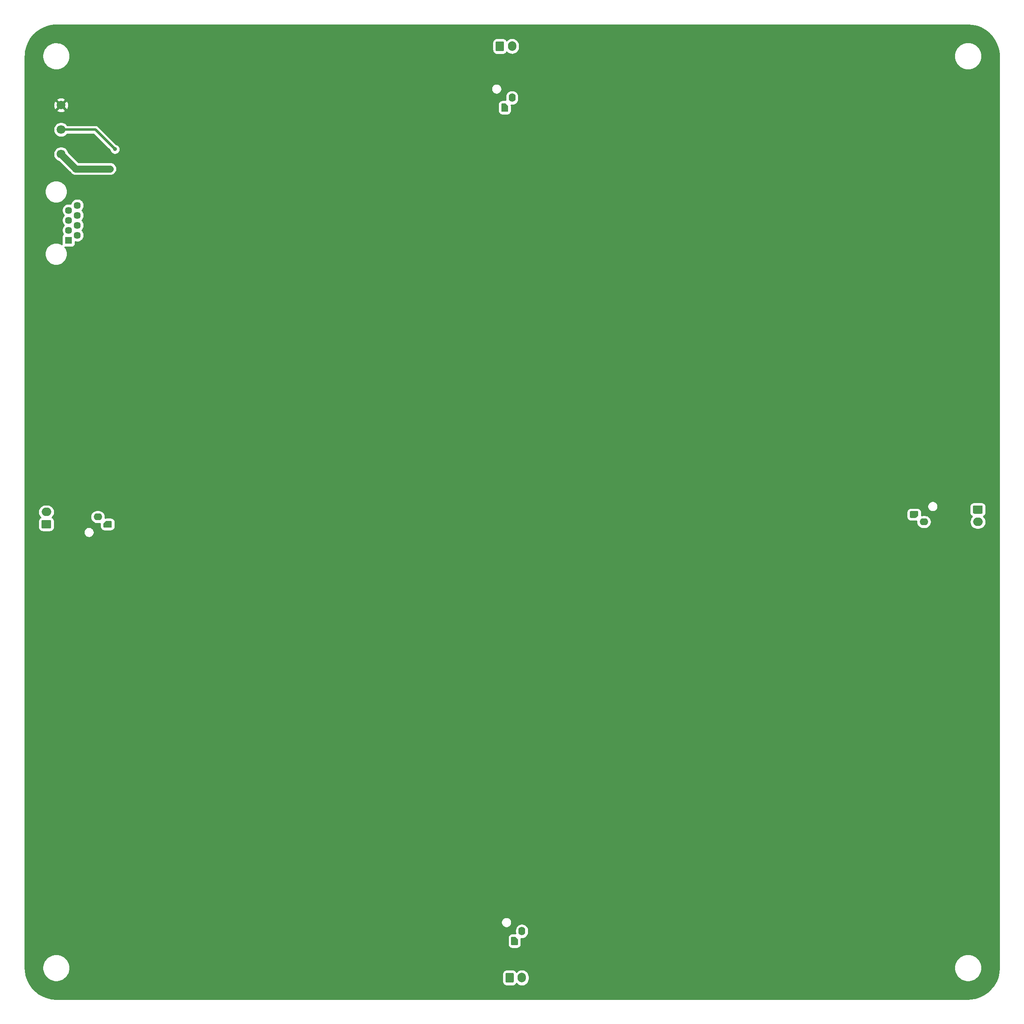
<source format=gbr>
G04 #@! TF.GenerationSoftware,KiCad,Pcbnew,(5.1.7-0-10_14)*
G04 #@! TF.CreationDate,2020-11-21T12:28:25-08:00*
G04 #@! TF.ProjectId,DDR Pad,44445220-5061-4642-9e6b-696361645f70,rev?*
G04 #@! TF.SameCoordinates,Original*
G04 #@! TF.FileFunction,Copper,L2,Bot*
G04 #@! TF.FilePolarity,Positive*
%FSLAX46Y46*%
G04 Gerber Fmt 4.6, Leading zero omitted, Abs format (unit mm)*
G04 Created by KiCad (PCBNEW (5.1.7-0-10_14)) date 2020-11-21 12:28:25*
%MOMM*%
%LPD*%
G01*
G04 APERTURE LIST*
G04 #@! TA.AperFunction,ComponentPad*
%ADD10C,1.803400*%
G04 #@! TD*
G04 #@! TA.AperFunction,ComponentPad*
%ADD11O,1.750000X1.400000*%
G04 #@! TD*
G04 #@! TA.AperFunction,ComponentPad*
%ADD12C,0.100000*%
G04 #@! TD*
G04 #@! TA.AperFunction,ComponentPad*
%ADD13O,2.000000X1.700000*%
G04 #@! TD*
G04 #@! TA.AperFunction,ComponentPad*
%ADD14O,1.400000X1.750000*%
G04 #@! TD*
G04 #@! TA.AperFunction,ComponentPad*
%ADD15O,1.700000X2.000000*%
G04 #@! TD*
G04 #@! TA.AperFunction,ComponentPad*
%ADD16C,1.447800*%
G04 #@! TD*
G04 #@! TA.AperFunction,ComponentPad*
%ADD17R,1.447800X1.447800*%
G04 #@! TD*
G04 #@! TA.AperFunction,ViaPad*
%ADD18C,0.800000*%
G04 #@! TD*
G04 #@! TA.AperFunction,Conductor*
%ADD19C,1.400000*%
G04 #@! TD*
G04 #@! TA.AperFunction,Conductor*
%ADD20C,0.500000*%
G04 #@! TD*
G04 #@! TA.AperFunction,Conductor*
%ADD21C,0.254000*%
G04 #@! TD*
G04 #@! TA.AperFunction,Conductor*
%ADD22C,0.100000*%
G04 #@! TD*
G04 APERTURE END LIST*
D10*
X8000000Y-27000000D03*
X8000000Y-22000000D03*
X8000000Y-17000000D03*
D11*
X15500000Y-101000000D03*
G04 #@! TA.AperFunction,ComponentPad*
D12*
G36*
X16629804Y-102401227D02*
G01*
X16644030Y-102354329D01*
X16667133Y-102311107D01*
X16698223Y-102273223D01*
X17098223Y-101873223D01*
X17136107Y-101842133D01*
X17179329Y-101819030D01*
X17226227Y-101804804D01*
X17275000Y-101800000D01*
X18125000Y-101800000D01*
X18173773Y-101804804D01*
X18220671Y-101819030D01*
X18263893Y-101842133D01*
X18301777Y-101873223D01*
X18332867Y-101911107D01*
X18355970Y-101954329D01*
X18370196Y-102001227D01*
X18375000Y-102050000D01*
X18375000Y-102950000D01*
X18370196Y-102998773D01*
X18355970Y-103045671D01*
X18332867Y-103088893D01*
X18301777Y-103126777D01*
X18263893Y-103157867D01*
X18220671Y-103180970D01*
X18173773Y-103195196D01*
X18125000Y-103200000D01*
X16875000Y-103200000D01*
X16826227Y-103195196D01*
X16779329Y-103180970D01*
X16736107Y-103157867D01*
X16698223Y-103126777D01*
X16667133Y-103088893D01*
X16644030Y-103045671D01*
X16629804Y-102998773D01*
X16625000Y-102950000D01*
X16625000Y-102450000D01*
X16629804Y-102401227D01*
G37*
G04 #@! TD.AperFunction*
D13*
X5000000Y-100000000D03*
G04 #@! TA.AperFunction,ComponentPad*
G36*
G01*
X5750000Y-103350000D02*
X4250000Y-103350000D01*
G75*
G02*
X4000000Y-103100000I0J250000D01*
G01*
X4000000Y-101900000D01*
G75*
G02*
X4250000Y-101650000I250000J0D01*
G01*
X5750000Y-101650000D01*
G75*
G02*
X6000000Y-101900000I0J-250000D01*
G01*
X6000000Y-103100000D01*
G75*
G02*
X5750000Y-103350000I-250000J0D01*
G01*
G37*
G04 #@! TD.AperFunction*
D14*
X102000000Y-185500000D03*
G04 #@! TA.AperFunction,ComponentPad*
D12*
G36*
X100598773Y-186629804D02*
G01*
X100645671Y-186644030D01*
X100688893Y-186667133D01*
X100726777Y-186698223D01*
X101126777Y-187098223D01*
X101157867Y-187136107D01*
X101180970Y-187179329D01*
X101195196Y-187226227D01*
X101200000Y-187275000D01*
X101200000Y-188125000D01*
X101195196Y-188173773D01*
X101180970Y-188220671D01*
X101157867Y-188263893D01*
X101126777Y-188301777D01*
X101088893Y-188332867D01*
X101045671Y-188355970D01*
X100998773Y-188370196D01*
X100950000Y-188375000D01*
X100050000Y-188375000D01*
X100001227Y-188370196D01*
X99954329Y-188355970D01*
X99911107Y-188332867D01*
X99873223Y-188301777D01*
X99842133Y-188263893D01*
X99819030Y-188220671D01*
X99804804Y-188173773D01*
X99800000Y-188125000D01*
X99800000Y-186875000D01*
X99804804Y-186826227D01*
X99819030Y-186779329D01*
X99842133Y-186736107D01*
X99873223Y-186698223D01*
X99911107Y-186667133D01*
X99954329Y-186644030D01*
X100001227Y-186629804D01*
X100050000Y-186625000D01*
X100550000Y-186625000D01*
X100598773Y-186629804D01*
G37*
G04 #@! TD.AperFunction*
D15*
X102000000Y-195000000D03*
G04 #@! TA.AperFunction,ComponentPad*
G36*
G01*
X98650000Y-195750000D02*
X98650000Y-194250000D01*
G75*
G02*
X98900000Y-194000000I250000J0D01*
G01*
X100100000Y-194000000D01*
G75*
G02*
X100350000Y-194250000I0J-250000D01*
G01*
X100350000Y-195750000D01*
G75*
G02*
X100100000Y-196000000I-250000J0D01*
G01*
X98900000Y-196000000D01*
G75*
G02*
X98650000Y-195750000I0J250000D01*
G01*
G37*
G04 #@! TD.AperFunction*
D14*
X100000000Y-15500000D03*
G04 #@! TA.AperFunction,ComponentPad*
D12*
G36*
X98598773Y-16629804D02*
G01*
X98645671Y-16644030D01*
X98688893Y-16667133D01*
X98726777Y-16698223D01*
X99126777Y-17098223D01*
X99157867Y-17136107D01*
X99180970Y-17179329D01*
X99195196Y-17226227D01*
X99200000Y-17275000D01*
X99200000Y-18125000D01*
X99195196Y-18173773D01*
X99180970Y-18220671D01*
X99157867Y-18263893D01*
X99126777Y-18301777D01*
X99088893Y-18332867D01*
X99045671Y-18355970D01*
X98998773Y-18370196D01*
X98950000Y-18375000D01*
X98050000Y-18375000D01*
X98001227Y-18370196D01*
X97954329Y-18355970D01*
X97911107Y-18332867D01*
X97873223Y-18301777D01*
X97842133Y-18263893D01*
X97819030Y-18220671D01*
X97804804Y-18173773D01*
X97800000Y-18125000D01*
X97800000Y-16875000D01*
X97804804Y-16826227D01*
X97819030Y-16779329D01*
X97842133Y-16736107D01*
X97873223Y-16698223D01*
X97911107Y-16667133D01*
X97954329Y-16644030D01*
X98001227Y-16629804D01*
X98050000Y-16625000D01*
X98550000Y-16625000D01*
X98598773Y-16629804D01*
G37*
G04 #@! TD.AperFunction*
D15*
X100000000Y-5000000D03*
G04 #@! TA.AperFunction,ComponentPad*
G36*
G01*
X96650000Y-5750000D02*
X96650000Y-4250000D01*
G75*
G02*
X96900000Y-4000000I250000J0D01*
G01*
X98100000Y-4000000D01*
G75*
G02*
X98350000Y-4250000I0J-250000D01*
G01*
X98350000Y-5750000D01*
G75*
G02*
X98100000Y-6000000I-250000J0D01*
G01*
X96900000Y-6000000D01*
G75*
G02*
X96650000Y-5750000I0J250000D01*
G01*
G37*
G04 #@! TD.AperFunction*
D11*
X184000000Y-102000000D03*
G04 #@! TA.AperFunction,ComponentPad*
D12*
G36*
X182870196Y-100598773D02*
G01*
X182855970Y-100645671D01*
X182832867Y-100688893D01*
X182801777Y-100726777D01*
X182401777Y-101126777D01*
X182363893Y-101157867D01*
X182320671Y-101180970D01*
X182273773Y-101195196D01*
X182225000Y-101200000D01*
X181375000Y-101200000D01*
X181326227Y-101195196D01*
X181279329Y-101180970D01*
X181236107Y-101157867D01*
X181198223Y-101126777D01*
X181167133Y-101088893D01*
X181144030Y-101045671D01*
X181129804Y-100998773D01*
X181125000Y-100950000D01*
X181125000Y-100050000D01*
X181129804Y-100001227D01*
X181144030Y-99954329D01*
X181167133Y-99911107D01*
X181198223Y-99873223D01*
X181236107Y-99842133D01*
X181279329Y-99819030D01*
X181326227Y-99804804D01*
X181375000Y-99800000D01*
X182625000Y-99800000D01*
X182673773Y-99804804D01*
X182720671Y-99819030D01*
X182763893Y-99842133D01*
X182801777Y-99873223D01*
X182832867Y-99911107D01*
X182855970Y-99954329D01*
X182870196Y-100001227D01*
X182875000Y-100050000D01*
X182875000Y-100550000D01*
X182870196Y-100598773D01*
G37*
G04 #@! TD.AperFunction*
D13*
X195000000Y-102000000D03*
G04 #@! TA.AperFunction,ComponentPad*
G36*
G01*
X194250000Y-98650000D02*
X195750000Y-98650000D01*
G75*
G02*
X196000000Y-98900000I0J-250000D01*
G01*
X196000000Y-100100000D01*
G75*
G02*
X195750000Y-100350000I-250000J0D01*
G01*
X194250000Y-100350000D01*
G75*
G02*
X194000000Y-100100000I0J250000D01*
G01*
X194000000Y-98900000D01*
G75*
G02*
X194250000Y-98650000I250000J0D01*
G01*
G37*
G04 #@! TD.AperFunction*
D16*
X11318000Y-37444000D03*
X9540000Y-38460000D03*
X11318000Y-39476000D03*
X9540000Y-40492000D03*
X11318000Y-41508000D03*
X9540000Y-42524000D03*
X11318000Y-43540000D03*
D17*
X9540000Y-44556000D03*
D18*
X18000000Y-30000000D03*
X11000000Y-24000000D03*
X11000000Y-20000000D03*
X20112653Y-22387347D03*
X70000000Y-22500000D03*
X120000000Y-22500000D03*
X170000000Y-22500000D03*
X155000000Y-50000000D03*
X120000000Y-72500000D03*
X70000000Y-72500000D03*
X20000000Y-72500000D03*
X55000000Y-102500000D03*
X105000000Y-102500000D03*
X155000000Y-102500000D03*
X170000000Y-122500000D03*
X120000000Y-122500000D03*
X70000000Y-122500000D03*
X20000000Y-122500000D03*
X55000000Y-150000000D03*
X105000000Y-150000000D03*
X155000000Y-150000000D03*
X170000000Y-172500000D03*
X120000000Y-172500000D03*
X70000000Y-172500000D03*
X20000000Y-172500000D03*
X177500000Y-106000000D03*
X90500000Y-9500000D03*
X55000000Y-55000000D03*
X92500000Y-191500000D03*
X102450000Y-57450000D03*
X170000000Y-73000000D03*
X12000000Y-90000000D03*
X19000000Y-26000000D03*
D19*
X11000000Y-30000000D02*
X8000000Y-27000000D01*
X18000000Y-30000000D02*
X11000000Y-30000000D01*
D20*
X15000000Y-22000000D02*
X8000000Y-22000000D01*
X19000000Y-26000000D02*
X15000000Y-22000000D01*
D21*
X193936842Y-731439D02*
X194853106Y-938769D01*
X195728657Y-1279252D01*
X196544265Y-1745410D01*
X197282014Y-2327005D01*
X197925689Y-3011251D01*
X198461160Y-3783129D01*
X198876659Y-4625677D01*
X199163054Y-5520376D01*
X199315689Y-6457579D01*
X199340001Y-7014427D01*
X199340000Y-192975512D01*
X199268561Y-193936841D01*
X199061231Y-194853106D01*
X198720748Y-195728657D01*
X198254590Y-196544265D01*
X197672995Y-197282014D01*
X196988749Y-197925689D01*
X196216871Y-198461160D01*
X195374323Y-198876659D01*
X194479624Y-199163054D01*
X193542414Y-199315689D01*
X192985595Y-199340000D01*
X7024488Y-199340000D01*
X6063159Y-199268561D01*
X5146894Y-199061231D01*
X4271343Y-198720748D01*
X3455735Y-198254590D01*
X2717986Y-197672995D01*
X2074311Y-196988749D01*
X1538840Y-196216871D01*
X1123341Y-195374323D01*
X836946Y-194479624D01*
X684311Y-193542414D01*
X660000Y-192985595D01*
X660000Y-192725701D01*
X4215000Y-192725701D01*
X4215000Y-193274299D01*
X4322026Y-193812354D01*
X4531965Y-194319192D01*
X4836750Y-194775334D01*
X5224666Y-195163250D01*
X5680808Y-195468035D01*
X6187646Y-195677974D01*
X6725701Y-195785000D01*
X7274299Y-195785000D01*
X7812354Y-195677974D01*
X8319192Y-195468035D01*
X8775334Y-195163250D01*
X9163250Y-194775334D01*
X9468035Y-194319192D01*
X9496695Y-194250000D01*
X98011928Y-194250000D01*
X98011928Y-195750000D01*
X98028992Y-195923254D01*
X98079528Y-196089850D01*
X98161595Y-196243386D01*
X98272038Y-196377962D01*
X98406614Y-196488405D01*
X98560150Y-196570472D01*
X98726746Y-196621008D01*
X98900000Y-196638072D01*
X100100000Y-196638072D01*
X100273254Y-196621008D01*
X100439850Y-196570472D01*
X100593386Y-196488405D01*
X100727962Y-196377962D01*
X100838405Y-196243386D01*
X100892777Y-196141663D01*
X100944866Y-196205134D01*
X101170987Y-196390706D01*
X101428967Y-196528599D01*
X101708890Y-196613513D01*
X102000000Y-196642185D01*
X102291111Y-196613513D01*
X102571034Y-196528599D01*
X102829014Y-196390706D01*
X103055134Y-196205134D01*
X103240706Y-195979014D01*
X103378599Y-195721033D01*
X103463513Y-195441110D01*
X103485000Y-195222949D01*
X103485000Y-194777050D01*
X103463513Y-194558889D01*
X103378599Y-194278966D01*
X103240706Y-194020986D01*
X103055134Y-193794866D01*
X102829013Y-193609294D01*
X102571033Y-193471401D01*
X102291110Y-193386487D01*
X102000000Y-193357815D01*
X101708889Y-193386487D01*
X101428966Y-193471401D01*
X101170986Y-193609294D01*
X100944866Y-193794866D01*
X100892777Y-193858337D01*
X100838405Y-193756614D01*
X100727962Y-193622038D01*
X100593386Y-193511595D01*
X100439850Y-193429528D01*
X100273254Y-193378992D01*
X100100000Y-193361928D01*
X98900000Y-193361928D01*
X98726746Y-193378992D01*
X98560150Y-193429528D01*
X98406614Y-193511595D01*
X98272038Y-193622038D01*
X98161595Y-193756614D01*
X98079528Y-193910150D01*
X98028992Y-194076746D01*
X98011928Y-194250000D01*
X9496695Y-194250000D01*
X9677974Y-193812354D01*
X9785000Y-193274299D01*
X9785000Y-192725701D01*
X190215000Y-192725701D01*
X190215000Y-193274299D01*
X190322026Y-193812354D01*
X190531965Y-194319192D01*
X190836750Y-194775334D01*
X191224666Y-195163250D01*
X191680808Y-195468035D01*
X192187646Y-195677974D01*
X192725701Y-195785000D01*
X193274299Y-195785000D01*
X193812354Y-195677974D01*
X194319192Y-195468035D01*
X194775334Y-195163250D01*
X195163250Y-194775334D01*
X195468035Y-194319192D01*
X195677974Y-193812354D01*
X195785000Y-193274299D01*
X195785000Y-192725701D01*
X195677974Y-192187646D01*
X195468035Y-191680808D01*
X195163250Y-191224666D01*
X194775334Y-190836750D01*
X194319192Y-190531965D01*
X193812354Y-190322026D01*
X193274299Y-190215000D01*
X192725701Y-190215000D01*
X192187646Y-190322026D01*
X191680808Y-190531965D01*
X191224666Y-190836750D01*
X190836750Y-191224666D01*
X190531965Y-191680808D01*
X190322026Y-192187646D01*
X190215000Y-192725701D01*
X9785000Y-192725701D01*
X9677974Y-192187646D01*
X9468035Y-191680808D01*
X9163250Y-191224666D01*
X8775334Y-190836750D01*
X8319192Y-190531965D01*
X7812354Y-190322026D01*
X7274299Y-190215000D01*
X6725701Y-190215000D01*
X6187646Y-190322026D01*
X5680808Y-190531965D01*
X5224666Y-190836750D01*
X4836750Y-191224666D01*
X4531965Y-191680808D01*
X4322026Y-192187646D01*
X4215000Y-192725701D01*
X660000Y-192725701D01*
X660000Y-186875000D01*
X99161928Y-186875000D01*
X99161928Y-188125000D01*
X99165001Y-188187546D01*
X99169805Y-188236319D01*
X99194206Y-188358991D01*
X99208432Y-188405889D01*
X99256303Y-188521460D01*
X99279406Y-188564682D01*
X99348893Y-188668677D01*
X99379983Y-188706561D01*
X99468439Y-188795017D01*
X99506323Y-188826107D01*
X99610318Y-188895594D01*
X99653540Y-188918697D01*
X99769111Y-188966568D01*
X99816009Y-188980794D01*
X99938681Y-189005195D01*
X99987454Y-189009999D01*
X100050000Y-189013072D01*
X100950000Y-189013072D01*
X101012546Y-189009999D01*
X101061319Y-189005195D01*
X101183991Y-188980794D01*
X101230889Y-188966568D01*
X101346460Y-188918697D01*
X101389682Y-188895594D01*
X101493677Y-188826107D01*
X101531561Y-188795017D01*
X101620017Y-188706561D01*
X101651107Y-188668677D01*
X101720594Y-188564682D01*
X101743697Y-188521460D01*
X101791568Y-188405889D01*
X101805794Y-188358991D01*
X101830195Y-188236319D01*
X101834999Y-188187546D01*
X101838072Y-188125000D01*
X101838072Y-187275000D01*
X101834999Y-187212454D01*
X101830195Y-187163681D01*
X101805794Y-187041009D01*
X101792137Y-186995986D01*
X102000000Y-187016459D01*
X102261706Y-186990683D01*
X102513354Y-186914347D01*
X102745275Y-186790382D01*
X102948555Y-186623555D01*
X103115382Y-186420275D01*
X103239347Y-186188353D01*
X103315683Y-185936705D01*
X103335000Y-185740578D01*
X103335000Y-185259421D01*
X103315683Y-185063294D01*
X103239347Y-184811646D01*
X103115382Y-184579725D01*
X102948555Y-184376445D01*
X102745274Y-184209618D01*
X102513353Y-184085653D01*
X102261705Y-184009317D01*
X102000000Y-183983541D01*
X101738294Y-184009317D01*
X101486646Y-184085653D01*
X101254725Y-184209618D01*
X101051445Y-184376445D01*
X100884618Y-184579726D01*
X100760653Y-184811647D01*
X100684317Y-185063295D01*
X100665000Y-185259422D01*
X100665000Y-185740579D01*
X100684317Y-185936706D01*
X100704549Y-186003404D01*
X100661319Y-185994805D01*
X100612546Y-185990001D01*
X100550000Y-185986928D01*
X100050000Y-185986928D01*
X99987454Y-185990001D01*
X99938681Y-185994805D01*
X99816009Y-186019206D01*
X99769111Y-186033432D01*
X99653540Y-186081303D01*
X99610318Y-186104406D01*
X99506323Y-186173893D01*
X99468439Y-186204983D01*
X99379983Y-186293439D01*
X99348893Y-186331323D01*
X99279406Y-186435318D01*
X99256303Y-186478540D01*
X99208432Y-186594111D01*
X99194206Y-186641009D01*
X99169805Y-186763681D01*
X99165001Y-186812454D01*
X99161928Y-186875000D01*
X660000Y-186875000D01*
X660000Y-183595599D01*
X97790000Y-183595599D01*
X97790000Y-183804401D01*
X97830735Y-184009191D01*
X97910640Y-184202098D01*
X98026644Y-184375711D01*
X98174289Y-184523356D01*
X98347902Y-184639360D01*
X98540809Y-184719265D01*
X98745599Y-184760000D01*
X98954401Y-184760000D01*
X99159191Y-184719265D01*
X99352098Y-184639360D01*
X99525711Y-184523356D01*
X99673356Y-184375711D01*
X99789360Y-184202098D01*
X99869265Y-184009191D01*
X99910000Y-183804401D01*
X99910000Y-183595599D01*
X99869265Y-183390809D01*
X99789360Y-183197902D01*
X99673356Y-183024289D01*
X99525711Y-182876644D01*
X99352098Y-182760640D01*
X99159191Y-182680735D01*
X98954401Y-182640000D01*
X98745599Y-182640000D01*
X98540809Y-182680735D01*
X98347902Y-182760640D01*
X98174289Y-182876644D01*
X98026644Y-183024289D01*
X97910640Y-183197902D01*
X97830735Y-183390809D01*
X97790000Y-183595599D01*
X660000Y-183595599D01*
X660000Y-104045599D01*
X12640000Y-104045599D01*
X12640000Y-104254401D01*
X12680735Y-104459191D01*
X12760640Y-104652098D01*
X12876644Y-104825711D01*
X13024289Y-104973356D01*
X13197902Y-105089360D01*
X13390809Y-105169265D01*
X13595599Y-105210000D01*
X13804401Y-105210000D01*
X14009191Y-105169265D01*
X14202098Y-105089360D01*
X14375711Y-104973356D01*
X14523356Y-104825711D01*
X14639360Y-104652098D01*
X14719265Y-104459191D01*
X14760000Y-104254401D01*
X14760000Y-104045599D01*
X14719265Y-103840809D01*
X14639360Y-103647902D01*
X14523356Y-103474289D01*
X14375711Y-103326644D01*
X14202098Y-103210640D01*
X14009191Y-103130735D01*
X13804401Y-103090000D01*
X13595599Y-103090000D01*
X13390809Y-103130735D01*
X13197902Y-103210640D01*
X13024289Y-103326644D01*
X12876644Y-103474289D01*
X12760640Y-103647902D01*
X12680735Y-103840809D01*
X12640000Y-104045599D01*
X660000Y-104045599D01*
X660000Y-100000000D01*
X3357815Y-100000000D01*
X3386487Y-100291111D01*
X3471401Y-100571034D01*
X3609294Y-100829014D01*
X3794866Y-101055134D01*
X3858337Y-101107223D01*
X3756614Y-101161595D01*
X3622038Y-101272038D01*
X3511595Y-101406614D01*
X3429528Y-101560150D01*
X3378992Y-101726746D01*
X3361928Y-101900000D01*
X3361928Y-103100000D01*
X3378992Y-103273254D01*
X3429528Y-103439850D01*
X3511595Y-103593386D01*
X3622038Y-103727962D01*
X3756614Y-103838405D01*
X3910150Y-103920472D01*
X4076746Y-103971008D01*
X4250000Y-103988072D01*
X5750000Y-103988072D01*
X5923254Y-103971008D01*
X6089850Y-103920472D01*
X6243386Y-103838405D01*
X6377962Y-103727962D01*
X6488405Y-103593386D01*
X6570472Y-103439850D01*
X6621008Y-103273254D01*
X6638072Y-103100000D01*
X6638072Y-101900000D01*
X6621008Y-101726746D01*
X6570472Y-101560150D01*
X6488405Y-101406614D01*
X6377962Y-101272038D01*
X6243386Y-101161595D01*
X6141663Y-101107223D01*
X6205134Y-101055134D01*
X6250381Y-101000000D01*
X13983541Y-101000000D01*
X14009317Y-101261706D01*
X14085653Y-101513354D01*
X14209618Y-101745275D01*
X14376445Y-101948555D01*
X14579725Y-102115382D01*
X14811646Y-102239347D01*
X15063294Y-102315683D01*
X15259421Y-102335000D01*
X15740579Y-102335000D01*
X15936706Y-102315683D01*
X16003404Y-102295451D01*
X15994805Y-102338681D01*
X15990001Y-102387454D01*
X15986928Y-102450000D01*
X15986928Y-102950000D01*
X15990001Y-103012546D01*
X15994805Y-103061319D01*
X16019206Y-103183991D01*
X16033432Y-103230889D01*
X16081303Y-103346460D01*
X16104406Y-103389682D01*
X16173893Y-103493677D01*
X16204983Y-103531561D01*
X16293439Y-103620017D01*
X16331323Y-103651107D01*
X16435318Y-103720594D01*
X16478540Y-103743697D01*
X16594111Y-103791568D01*
X16641009Y-103805794D01*
X16763681Y-103830195D01*
X16812454Y-103834999D01*
X16875000Y-103838072D01*
X18125000Y-103838072D01*
X18187546Y-103834999D01*
X18236319Y-103830195D01*
X18358991Y-103805794D01*
X18405889Y-103791568D01*
X18521460Y-103743697D01*
X18564682Y-103720594D01*
X18668677Y-103651107D01*
X18706561Y-103620017D01*
X18795017Y-103531561D01*
X18826107Y-103493677D01*
X18895594Y-103389682D01*
X18918697Y-103346460D01*
X18966568Y-103230889D01*
X18980794Y-103183991D01*
X19005195Y-103061319D01*
X19009999Y-103012546D01*
X19013072Y-102950000D01*
X19013072Y-102050000D01*
X19009999Y-101987454D01*
X19005195Y-101938681D01*
X18980794Y-101816009D01*
X18966568Y-101769111D01*
X18918697Y-101653540D01*
X18895594Y-101610318D01*
X18826107Y-101506323D01*
X18795017Y-101468439D01*
X18706561Y-101379983D01*
X18668677Y-101348893D01*
X18564682Y-101279406D01*
X18521460Y-101256303D01*
X18405889Y-101208432D01*
X18358991Y-101194206D01*
X18236319Y-101169805D01*
X18187546Y-101165001D01*
X18125000Y-101161928D01*
X17275000Y-101161928D01*
X17212454Y-101165001D01*
X17163681Y-101169805D01*
X17041009Y-101194206D01*
X16995986Y-101207863D01*
X17016459Y-101000000D01*
X16990683Y-100738294D01*
X16914347Y-100486646D01*
X16790382Y-100254725D01*
X16623555Y-100051445D01*
X16621795Y-100050000D01*
X180486928Y-100050000D01*
X180486928Y-100950000D01*
X180490001Y-101012546D01*
X180494805Y-101061319D01*
X180519206Y-101183991D01*
X180533432Y-101230889D01*
X180581303Y-101346460D01*
X180604406Y-101389682D01*
X180673893Y-101493677D01*
X180704983Y-101531561D01*
X180793439Y-101620017D01*
X180831323Y-101651107D01*
X180935318Y-101720594D01*
X180978540Y-101743697D01*
X181094111Y-101791568D01*
X181141009Y-101805794D01*
X181263681Y-101830195D01*
X181312454Y-101834999D01*
X181375000Y-101838072D01*
X182225000Y-101838072D01*
X182287546Y-101834999D01*
X182336319Y-101830195D01*
X182458991Y-101805794D01*
X182504014Y-101792137D01*
X182483541Y-102000000D01*
X182509317Y-102261706D01*
X182585653Y-102513354D01*
X182709618Y-102745275D01*
X182876445Y-102948555D01*
X183079725Y-103115382D01*
X183311646Y-103239347D01*
X183563294Y-103315683D01*
X183759421Y-103335000D01*
X184240579Y-103335000D01*
X184436706Y-103315683D01*
X184688354Y-103239347D01*
X184920275Y-103115382D01*
X185123555Y-102948555D01*
X185290382Y-102745275D01*
X185414347Y-102513354D01*
X185490683Y-102261706D01*
X185516459Y-102000000D01*
X193357815Y-102000000D01*
X193386487Y-102291111D01*
X193471401Y-102571034D01*
X193609294Y-102829014D01*
X193794866Y-103055134D01*
X194020986Y-103240706D01*
X194278966Y-103378599D01*
X194558889Y-103463513D01*
X194777050Y-103485000D01*
X195222950Y-103485000D01*
X195441111Y-103463513D01*
X195721034Y-103378599D01*
X195979014Y-103240706D01*
X196205134Y-103055134D01*
X196390706Y-102829014D01*
X196528599Y-102571034D01*
X196613513Y-102291111D01*
X196642185Y-102000000D01*
X196613513Y-101708889D01*
X196528599Y-101428966D01*
X196390706Y-101170986D01*
X196205134Y-100944866D01*
X196141663Y-100892777D01*
X196243386Y-100838405D01*
X196377962Y-100727962D01*
X196488405Y-100593386D01*
X196570472Y-100439850D01*
X196621008Y-100273254D01*
X196638072Y-100100000D01*
X196638072Y-98900000D01*
X196621008Y-98726746D01*
X196570472Y-98560150D01*
X196488405Y-98406614D01*
X196377962Y-98272038D01*
X196243386Y-98161595D01*
X196089850Y-98079528D01*
X195923254Y-98028992D01*
X195750000Y-98011928D01*
X194250000Y-98011928D01*
X194076746Y-98028992D01*
X193910150Y-98079528D01*
X193756614Y-98161595D01*
X193622038Y-98272038D01*
X193511595Y-98406614D01*
X193429528Y-98560150D01*
X193378992Y-98726746D01*
X193361928Y-98900000D01*
X193361928Y-100100000D01*
X193378992Y-100273254D01*
X193429528Y-100439850D01*
X193511595Y-100593386D01*
X193622038Y-100727962D01*
X193756614Y-100838405D01*
X193858337Y-100892777D01*
X193794866Y-100944866D01*
X193609294Y-101170986D01*
X193471401Y-101428966D01*
X193386487Y-101708889D01*
X193357815Y-102000000D01*
X185516459Y-102000000D01*
X185490683Y-101738294D01*
X185414347Y-101486646D01*
X185290382Y-101254725D01*
X185123555Y-101051445D01*
X184920275Y-100884618D01*
X184688354Y-100760653D01*
X184436706Y-100684317D01*
X184240579Y-100665000D01*
X183759421Y-100665000D01*
X183563294Y-100684317D01*
X183496596Y-100704549D01*
X183505195Y-100661319D01*
X183509999Y-100612546D01*
X183513072Y-100550000D01*
X183513072Y-100050000D01*
X183509999Y-99987454D01*
X183505195Y-99938681D01*
X183480794Y-99816009D01*
X183466568Y-99769111D01*
X183418697Y-99653540D01*
X183395594Y-99610318D01*
X183326107Y-99506323D01*
X183295017Y-99468439D01*
X183206561Y-99379983D01*
X183168677Y-99348893D01*
X183064682Y-99279406D01*
X183021460Y-99256303D01*
X182905889Y-99208432D01*
X182858991Y-99194206D01*
X182736319Y-99169805D01*
X182687546Y-99165001D01*
X182625000Y-99161928D01*
X181375000Y-99161928D01*
X181312454Y-99165001D01*
X181263681Y-99169805D01*
X181141009Y-99194206D01*
X181094111Y-99208432D01*
X180978540Y-99256303D01*
X180935318Y-99279406D01*
X180831323Y-99348893D01*
X180793439Y-99379983D01*
X180704983Y-99468439D01*
X180673893Y-99506323D01*
X180604406Y-99610318D01*
X180581303Y-99653540D01*
X180533432Y-99769111D01*
X180519206Y-99816009D01*
X180494805Y-99938681D01*
X180490001Y-99987454D01*
X180486928Y-100050000D01*
X16621795Y-100050000D01*
X16420275Y-99884618D01*
X16188354Y-99760653D01*
X15936706Y-99684317D01*
X15740579Y-99665000D01*
X15259421Y-99665000D01*
X15063294Y-99684317D01*
X14811646Y-99760653D01*
X14579725Y-99884618D01*
X14376445Y-100051445D01*
X14209618Y-100254725D01*
X14085653Y-100486646D01*
X14009317Y-100738294D01*
X13983541Y-101000000D01*
X6250381Y-101000000D01*
X6390706Y-100829014D01*
X6528599Y-100571034D01*
X6613513Y-100291111D01*
X6642185Y-100000000D01*
X6613513Y-99708889D01*
X6528599Y-99428966D01*
X6390706Y-99170986D01*
X6205134Y-98944866D01*
X5979014Y-98759294D01*
X5953393Y-98745599D01*
X184740000Y-98745599D01*
X184740000Y-98954401D01*
X184780735Y-99159191D01*
X184860640Y-99352098D01*
X184976644Y-99525711D01*
X185124289Y-99673356D01*
X185297902Y-99789360D01*
X185490809Y-99869265D01*
X185695599Y-99910000D01*
X185904401Y-99910000D01*
X186109191Y-99869265D01*
X186302098Y-99789360D01*
X186475711Y-99673356D01*
X186623356Y-99525711D01*
X186739360Y-99352098D01*
X186819265Y-99159191D01*
X186860000Y-98954401D01*
X186860000Y-98745599D01*
X186819265Y-98540809D01*
X186739360Y-98347902D01*
X186623356Y-98174289D01*
X186475711Y-98026644D01*
X186302098Y-97910640D01*
X186109191Y-97830735D01*
X185904401Y-97790000D01*
X185695599Y-97790000D01*
X185490809Y-97830735D01*
X185297902Y-97910640D01*
X185124289Y-98026644D01*
X184976644Y-98174289D01*
X184860640Y-98347902D01*
X184780735Y-98540809D01*
X184740000Y-98745599D01*
X5953393Y-98745599D01*
X5721034Y-98621401D01*
X5441111Y-98536487D01*
X5222950Y-98515000D01*
X4777050Y-98515000D01*
X4558889Y-98536487D01*
X4278966Y-98621401D01*
X4020986Y-98759294D01*
X3794866Y-98944866D01*
X3609294Y-99170986D01*
X3471401Y-99428966D01*
X3386487Y-99708889D01*
X3357815Y-100000000D01*
X660000Y-100000000D01*
X660000Y-47124849D01*
X4714000Y-47124849D01*
X4714000Y-47575151D01*
X4801850Y-48016802D01*
X4974173Y-48432827D01*
X5224348Y-48807240D01*
X5542760Y-49125652D01*
X5917173Y-49375827D01*
X6333198Y-49548150D01*
X6774849Y-49636000D01*
X7225151Y-49636000D01*
X7666802Y-49548150D01*
X8082827Y-49375827D01*
X8457240Y-49125652D01*
X8775652Y-48807240D01*
X9025827Y-48432827D01*
X9198150Y-48016802D01*
X9286000Y-47575151D01*
X9286000Y-47124849D01*
X9198150Y-46683198D01*
X9025827Y-46267173D01*
X8790836Y-45915484D01*
X8816100Y-45917972D01*
X10263900Y-45917972D01*
X10388382Y-45905712D01*
X10508080Y-45869402D01*
X10618394Y-45810437D01*
X10715085Y-45731085D01*
X10794437Y-45634394D01*
X10853402Y-45524080D01*
X10889712Y-45404382D01*
X10901972Y-45279900D01*
X10901972Y-44838538D01*
X10921624Y-44846678D01*
X11184160Y-44898900D01*
X11451840Y-44898900D01*
X11714376Y-44846678D01*
X11961680Y-44744241D01*
X12184248Y-44595526D01*
X12373526Y-44406248D01*
X12522241Y-44183680D01*
X12624678Y-43936376D01*
X12676900Y-43673840D01*
X12676900Y-43406160D01*
X12624678Y-43143624D01*
X12522241Y-42896320D01*
X12373526Y-42673752D01*
X12223774Y-42524000D01*
X12373526Y-42374248D01*
X12522241Y-42151680D01*
X12624678Y-41904376D01*
X12676900Y-41641840D01*
X12676900Y-41374160D01*
X12624678Y-41111624D01*
X12522241Y-40864320D01*
X12373526Y-40641752D01*
X12223774Y-40492000D01*
X12373526Y-40342248D01*
X12522241Y-40119680D01*
X12624678Y-39872376D01*
X12676900Y-39609840D01*
X12676900Y-39342160D01*
X12624678Y-39079624D01*
X12522241Y-38832320D01*
X12373526Y-38609752D01*
X12223774Y-38460000D01*
X12373526Y-38310248D01*
X12522241Y-38087680D01*
X12624678Y-37840376D01*
X12676900Y-37577840D01*
X12676900Y-37310160D01*
X12624678Y-37047624D01*
X12522241Y-36800320D01*
X12373526Y-36577752D01*
X12184248Y-36388474D01*
X11961680Y-36239759D01*
X11714376Y-36137322D01*
X11451840Y-36085100D01*
X11184160Y-36085100D01*
X10921624Y-36137322D01*
X10674320Y-36239759D01*
X10451752Y-36388474D01*
X10262474Y-36577752D01*
X10113759Y-36800320D01*
X10011322Y-37047624D01*
X9986193Y-37173957D01*
X9936376Y-37153322D01*
X9673840Y-37101100D01*
X9406160Y-37101100D01*
X9143624Y-37153322D01*
X8896320Y-37255759D01*
X8673752Y-37404474D01*
X8484474Y-37593752D01*
X8335759Y-37816320D01*
X8233322Y-38063624D01*
X8181100Y-38326160D01*
X8181100Y-38593840D01*
X8233322Y-38856376D01*
X8335759Y-39103680D01*
X8484474Y-39326248D01*
X8634226Y-39476000D01*
X8484474Y-39625752D01*
X8335759Y-39848320D01*
X8233322Y-40095624D01*
X8181100Y-40358160D01*
X8181100Y-40625840D01*
X8233322Y-40888376D01*
X8335759Y-41135680D01*
X8484474Y-41358248D01*
X8634226Y-41508000D01*
X8484474Y-41657752D01*
X8335759Y-41880320D01*
X8233322Y-42127624D01*
X8181100Y-42390160D01*
X8181100Y-42657840D01*
X8233322Y-42920376D01*
X8335759Y-43167680D01*
X8438104Y-43320850D01*
X8364915Y-43380915D01*
X8285563Y-43477606D01*
X8226598Y-43587920D01*
X8190288Y-43707618D01*
X8178028Y-43832100D01*
X8178028Y-45279900D01*
X8189402Y-45395384D01*
X8082827Y-45324173D01*
X7666802Y-45151850D01*
X7225151Y-45064000D01*
X6774849Y-45064000D01*
X6333198Y-45151850D01*
X5917173Y-45324173D01*
X5542760Y-45574348D01*
X5224348Y-45892760D01*
X4974173Y-46267173D01*
X4801850Y-46683198D01*
X4714000Y-47124849D01*
X660000Y-47124849D01*
X660000Y-34424849D01*
X4714000Y-34424849D01*
X4714000Y-34875151D01*
X4801850Y-35316802D01*
X4974173Y-35732827D01*
X5224348Y-36107240D01*
X5542760Y-36425652D01*
X5917173Y-36675827D01*
X6333198Y-36848150D01*
X6774849Y-36936000D01*
X7225151Y-36936000D01*
X7666802Y-36848150D01*
X8082827Y-36675827D01*
X8457240Y-36425652D01*
X8775652Y-36107240D01*
X9025827Y-35732827D01*
X9198150Y-35316802D01*
X9286000Y-34875151D01*
X9286000Y-34424849D01*
X9198150Y-33983198D01*
X9025827Y-33567173D01*
X8775652Y-33192760D01*
X8457240Y-32874348D01*
X8082827Y-32624173D01*
X7666802Y-32451850D01*
X7225151Y-32364000D01*
X6774849Y-32364000D01*
X6333198Y-32451850D01*
X5917173Y-32624173D01*
X5542760Y-32874348D01*
X5224348Y-33192760D01*
X4974173Y-33567173D01*
X4801850Y-33983198D01*
X4714000Y-34424849D01*
X660000Y-34424849D01*
X660000Y-26848648D01*
X6463300Y-26848648D01*
X6463300Y-27151352D01*
X6522355Y-27448239D01*
X6638195Y-27727900D01*
X6806368Y-27979589D01*
X7020411Y-28193632D01*
X7272100Y-28361805D01*
X7551761Y-28477645D01*
X7599084Y-28487058D01*
X10009639Y-30897614D01*
X10051445Y-30948555D01*
X10254725Y-31115382D01*
X10486646Y-31239347D01*
X10738294Y-31315683D01*
X10934421Y-31335000D01*
X11000000Y-31341459D01*
X11065579Y-31335000D01*
X18065579Y-31335000D01*
X18261706Y-31315683D01*
X18513354Y-31239347D01*
X18745275Y-31115382D01*
X18948555Y-30948555D01*
X19115382Y-30745275D01*
X19239347Y-30513354D01*
X19315683Y-30261706D01*
X19341459Y-30000000D01*
X19315683Y-29738294D01*
X19239347Y-29486646D01*
X19115382Y-29254725D01*
X18948555Y-29051445D01*
X18745275Y-28884618D01*
X18513354Y-28760653D01*
X18261706Y-28684317D01*
X18065579Y-28665000D01*
X11552975Y-28665000D01*
X9487058Y-26599084D01*
X9477645Y-26551761D01*
X9361805Y-26272100D01*
X9193632Y-26020411D01*
X8979589Y-25806368D01*
X8727900Y-25638195D01*
X8448239Y-25522355D01*
X8151352Y-25463300D01*
X7848648Y-25463300D01*
X7551761Y-25522355D01*
X7272100Y-25638195D01*
X7020411Y-25806368D01*
X6806368Y-26020411D01*
X6638195Y-26272100D01*
X6522355Y-26551761D01*
X6463300Y-26848648D01*
X660000Y-26848648D01*
X660000Y-21848648D01*
X6463300Y-21848648D01*
X6463300Y-22151352D01*
X6522355Y-22448239D01*
X6638195Y-22727900D01*
X6806368Y-22979589D01*
X7020411Y-23193632D01*
X7272100Y-23361805D01*
X7551761Y-23477645D01*
X7848648Y-23536700D01*
X8151352Y-23536700D01*
X8448239Y-23477645D01*
X8727900Y-23361805D01*
X8979589Y-23193632D01*
X9193632Y-22979589D01*
X9256834Y-22885000D01*
X14633422Y-22885000D01*
X17993465Y-26245044D01*
X18004774Y-26301898D01*
X18082795Y-26490256D01*
X18196063Y-26659774D01*
X18340226Y-26803937D01*
X18509744Y-26917205D01*
X18698102Y-26995226D01*
X18898061Y-27035000D01*
X19101939Y-27035000D01*
X19301898Y-26995226D01*
X19490256Y-26917205D01*
X19659774Y-26803937D01*
X19803937Y-26659774D01*
X19917205Y-26490256D01*
X19995226Y-26301898D01*
X20035000Y-26101939D01*
X20035000Y-25898061D01*
X19995226Y-25698102D01*
X19917205Y-25509744D01*
X19803937Y-25340226D01*
X19659774Y-25196063D01*
X19490256Y-25082795D01*
X19301898Y-25004774D01*
X19245044Y-24993465D01*
X15656534Y-21404956D01*
X15628817Y-21371183D01*
X15494059Y-21260589D01*
X15340313Y-21178411D01*
X15173490Y-21127805D01*
X15043477Y-21115000D01*
X15043469Y-21115000D01*
X15000000Y-21110719D01*
X14956531Y-21115000D01*
X9256834Y-21115000D01*
X9193632Y-21020411D01*
X8979589Y-20806368D01*
X8727900Y-20638195D01*
X8448239Y-20522355D01*
X8151352Y-20463300D01*
X7848648Y-20463300D01*
X7551761Y-20522355D01*
X7272100Y-20638195D01*
X7020411Y-20806368D01*
X6806368Y-21020411D01*
X6638195Y-21272100D01*
X6522355Y-21551761D01*
X6463300Y-21848648D01*
X660000Y-21848648D01*
X660000Y-18065293D01*
X7114312Y-18065293D01*
X7198201Y-18319647D01*
X7471058Y-18450714D01*
X7764241Y-18526030D01*
X8066486Y-18542703D01*
X8366175Y-18500090D01*
X8651792Y-18399829D01*
X8801799Y-18319647D01*
X8885688Y-18065293D01*
X8000000Y-17179605D01*
X7114312Y-18065293D01*
X660000Y-18065293D01*
X660000Y-17066486D01*
X6457297Y-17066486D01*
X6499910Y-17366175D01*
X6600171Y-17651792D01*
X6680353Y-17801799D01*
X6934707Y-17885688D01*
X7820395Y-17000000D01*
X8179605Y-17000000D01*
X9065293Y-17885688D01*
X9319647Y-17801799D01*
X9450714Y-17528942D01*
X9526030Y-17235759D01*
X9542703Y-16933514D01*
X9534383Y-16875000D01*
X97161928Y-16875000D01*
X97161928Y-18125000D01*
X97165001Y-18187546D01*
X97169805Y-18236319D01*
X97194206Y-18358991D01*
X97208432Y-18405889D01*
X97256303Y-18521460D01*
X97279406Y-18564682D01*
X97348893Y-18668677D01*
X97379983Y-18706561D01*
X97468439Y-18795017D01*
X97506323Y-18826107D01*
X97610318Y-18895594D01*
X97653540Y-18918697D01*
X97769111Y-18966568D01*
X97816009Y-18980794D01*
X97938681Y-19005195D01*
X97987454Y-19009999D01*
X98050000Y-19013072D01*
X98950000Y-19013072D01*
X99012546Y-19009999D01*
X99061319Y-19005195D01*
X99183991Y-18980794D01*
X99230889Y-18966568D01*
X99346460Y-18918697D01*
X99389682Y-18895594D01*
X99493677Y-18826107D01*
X99531561Y-18795017D01*
X99620017Y-18706561D01*
X99651107Y-18668677D01*
X99720594Y-18564682D01*
X99743697Y-18521460D01*
X99791568Y-18405889D01*
X99805794Y-18358991D01*
X99830195Y-18236319D01*
X99834999Y-18187546D01*
X99838072Y-18125000D01*
X99838072Y-17275000D01*
X99834999Y-17212454D01*
X99830195Y-17163681D01*
X99805794Y-17041009D01*
X99792137Y-16995986D01*
X100000000Y-17016459D01*
X100261706Y-16990683D01*
X100513354Y-16914347D01*
X100745275Y-16790382D01*
X100948555Y-16623555D01*
X101115382Y-16420275D01*
X101239347Y-16188353D01*
X101315683Y-15936705D01*
X101335000Y-15740578D01*
X101335000Y-15259421D01*
X101315683Y-15063294D01*
X101239347Y-14811646D01*
X101115382Y-14579725D01*
X100948555Y-14376445D01*
X100745274Y-14209618D01*
X100513353Y-14085653D01*
X100261705Y-14009317D01*
X100000000Y-13983541D01*
X99738294Y-14009317D01*
X99486646Y-14085653D01*
X99254725Y-14209618D01*
X99051445Y-14376445D01*
X98884618Y-14579726D01*
X98760653Y-14811647D01*
X98684317Y-15063295D01*
X98665000Y-15259422D01*
X98665000Y-15740579D01*
X98684317Y-15936706D01*
X98704549Y-16003404D01*
X98661319Y-15994805D01*
X98612546Y-15990001D01*
X98550000Y-15986928D01*
X98050000Y-15986928D01*
X97987454Y-15990001D01*
X97938681Y-15994805D01*
X97816009Y-16019206D01*
X97769111Y-16033432D01*
X97653540Y-16081303D01*
X97610318Y-16104406D01*
X97506323Y-16173893D01*
X97468439Y-16204983D01*
X97379983Y-16293439D01*
X97348893Y-16331323D01*
X97279406Y-16435318D01*
X97256303Y-16478540D01*
X97208432Y-16594111D01*
X97194206Y-16641009D01*
X97169805Y-16763681D01*
X97165001Y-16812454D01*
X97161928Y-16875000D01*
X9534383Y-16875000D01*
X9500090Y-16633825D01*
X9399829Y-16348208D01*
X9319647Y-16198201D01*
X9065293Y-16114312D01*
X8179605Y-17000000D01*
X7820395Y-17000000D01*
X6934707Y-16114312D01*
X6680353Y-16198201D01*
X6549286Y-16471058D01*
X6473970Y-16764241D01*
X6457297Y-17066486D01*
X660000Y-17066486D01*
X660000Y-15934707D01*
X7114312Y-15934707D01*
X8000000Y-16820395D01*
X8885688Y-15934707D01*
X8801799Y-15680353D01*
X8528942Y-15549286D01*
X8235759Y-15473970D01*
X7933514Y-15457297D01*
X7633825Y-15499910D01*
X7348208Y-15600171D01*
X7198201Y-15680353D01*
X7114312Y-15934707D01*
X660000Y-15934707D01*
X660000Y-13595599D01*
X95790000Y-13595599D01*
X95790000Y-13804401D01*
X95830735Y-14009191D01*
X95910640Y-14202098D01*
X96026644Y-14375711D01*
X96174289Y-14523356D01*
X96347902Y-14639360D01*
X96540809Y-14719265D01*
X96745599Y-14760000D01*
X96954401Y-14760000D01*
X97159191Y-14719265D01*
X97352098Y-14639360D01*
X97525711Y-14523356D01*
X97673356Y-14375711D01*
X97789360Y-14202098D01*
X97869265Y-14009191D01*
X97910000Y-13804401D01*
X97910000Y-13595599D01*
X97869265Y-13390809D01*
X97789360Y-13197902D01*
X97673356Y-13024289D01*
X97525711Y-12876644D01*
X97352098Y-12760640D01*
X97159191Y-12680735D01*
X96954401Y-12640000D01*
X96745599Y-12640000D01*
X96540809Y-12680735D01*
X96347902Y-12760640D01*
X96174289Y-12876644D01*
X96026644Y-13024289D01*
X95910640Y-13197902D01*
X95830735Y-13390809D01*
X95790000Y-13595599D01*
X660000Y-13595599D01*
X660000Y-7024488D01*
X682203Y-6725701D01*
X4215000Y-6725701D01*
X4215000Y-7274299D01*
X4322026Y-7812354D01*
X4531965Y-8319192D01*
X4836750Y-8775334D01*
X5224666Y-9163250D01*
X5680808Y-9468035D01*
X6187646Y-9677974D01*
X6725701Y-9785000D01*
X7274299Y-9785000D01*
X7812354Y-9677974D01*
X8319192Y-9468035D01*
X8775334Y-9163250D01*
X9163250Y-8775334D01*
X9468035Y-8319192D01*
X9677974Y-7812354D01*
X9785000Y-7274299D01*
X9785000Y-6725701D01*
X190215000Y-6725701D01*
X190215000Y-7274299D01*
X190322026Y-7812354D01*
X190531965Y-8319192D01*
X190836750Y-8775334D01*
X191224666Y-9163250D01*
X191680808Y-9468035D01*
X192187646Y-9677974D01*
X192725701Y-9785000D01*
X193274299Y-9785000D01*
X193812354Y-9677974D01*
X194319192Y-9468035D01*
X194775334Y-9163250D01*
X195163250Y-8775334D01*
X195468035Y-8319192D01*
X195677974Y-7812354D01*
X195785000Y-7274299D01*
X195785000Y-6725701D01*
X195677974Y-6187646D01*
X195468035Y-5680808D01*
X195163250Y-5224666D01*
X194775334Y-4836750D01*
X194319192Y-4531965D01*
X193812354Y-4322026D01*
X193274299Y-4215000D01*
X192725701Y-4215000D01*
X192187646Y-4322026D01*
X191680808Y-4531965D01*
X191224666Y-4836750D01*
X190836750Y-5224666D01*
X190531965Y-5680808D01*
X190322026Y-6187646D01*
X190215000Y-6725701D01*
X9785000Y-6725701D01*
X9677974Y-6187646D01*
X9468035Y-5680808D01*
X9163250Y-5224666D01*
X8775334Y-4836750D01*
X8319192Y-4531965D01*
X7812354Y-4322026D01*
X7450256Y-4250000D01*
X96011928Y-4250000D01*
X96011928Y-5750000D01*
X96028992Y-5923254D01*
X96079528Y-6089850D01*
X96161595Y-6243386D01*
X96272038Y-6377962D01*
X96406614Y-6488405D01*
X96560150Y-6570472D01*
X96726746Y-6621008D01*
X96900000Y-6638072D01*
X98100000Y-6638072D01*
X98273254Y-6621008D01*
X98439850Y-6570472D01*
X98593386Y-6488405D01*
X98727962Y-6377962D01*
X98838405Y-6243386D01*
X98892777Y-6141663D01*
X98944866Y-6205134D01*
X99170987Y-6390706D01*
X99428967Y-6528599D01*
X99708890Y-6613513D01*
X100000000Y-6642185D01*
X100291111Y-6613513D01*
X100571034Y-6528599D01*
X100829014Y-6390706D01*
X101055134Y-6205134D01*
X101240706Y-5979014D01*
X101378599Y-5721033D01*
X101463513Y-5441110D01*
X101485000Y-5222949D01*
X101485000Y-4777050D01*
X101463513Y-4558889D01*
X101378599Y-4278966D01*
X101240706Y-4020986D01*
X101055134Y-3794866D01*
X100829013Y-3609294D01*
X100571033Y-3471401D01*
X100291110Y-3386487D01*
X100000000Y-3357815D01*
X99708889Y-3386487D01*
X99428966Y-3471401D01*
X99170986Y-3609294D01*
X98944866Y-3794866D01*
X98892777Y-3858337D01*
X98838405Y-3756614D01*
X98727962Y-3622038D01*
X98593386Y-3511595D01*
X98439850Y-3429528D01*
X98273254Y-3378992D01*
X98100000Y-3361928D01*
X96900000Y-3361928D01*
X96726746Y-3378992D01*
X96560150Y-3429528D01*
X96406614Y-3511595D01*
X96272038Y-3622038D01*
X96161595Y-3756614D01*
X96079528Y-3910150D01*
X96028992Y-4076746D01*
X96011928Y-4250000D01*
X7450256Y-4250000D01*
X7274299Y-4215000D01*
X6725701Y-4215000D01*
X6187646Y-4322026D01*
X5680808Y-4531965D01*
X5224666Y-4836750D01*
X4836750Y-5224666D01*
X4531965Y-5680808D01*
X4322026Y-6187646D01*
X4215000Y-6725701D01*
X682203Y-6725701D01*
X731439Y-6063158D01*
X938769Y-5146894D01*
X1279252Y-4271343D01*
X1745410Y-3455735D01*
X2327005Y-2717986D01*
X3011251Y-2074311D01*
X3783129Y-1538840D01*
X4625677Y-1123341D01*
X5520376Y-836946D01*
X6457579Y-684311D01*
X7014404Y-660000D01*
X192975512Y-660000D01*
X193936842Y-731439D01*
G04 #@! TA.AperFunction,Conductor*
D22*
G36*
X193936842Y-731439D02*
G01*
X194853106Y-938769D01*
X195728657Y-1279252D01*
X196544265Y-1745410D01*
X197282014Y-2327005D01*
X197925689Y-3011251D01*
X198461160Y-3783129D01*
X198876659Y-4625677D01*
X199163054Y-5520376D01*
X199315689Y-6457579D01*
X199340001Y-7014427D01*
X199340000Y-192975512D01*
X199268561Y-193936841D01*
X199061231Y-194853106D01*
X198720748Y-195728657D01*
X198254590Y-196544265D01*
X197672995Y-197282014D01*
X196988749Y-197925689D01*
X196216871Y-198461160D01*
X195374323Y-198876659D01*
X194479624Y-199163054D01*
X193542414Y-199315689D01*
X192985595Y-199340000D01*
X7024488Y-199340000D01*
X6063159Y-199268561D01*
X5146894Y-199061231D01*
X4271343Y-198720748D01*
X3455735Y-198254590D01*
X2717986Y-197672995D01*
X2074311Y-196988749D01*
X1538840Y-196216871D01*
X1123341Y-195374323D01*
X836946Y-194479624D01*
X684311Y-193542414D01*
X660000Y-192985595D01*
X660000Y-192725701D01*
X4215000Y-192725701D01*
X4215000Y-193274299D01*
X4322026Y-193812354D01*
X4531965Y-194319192D01*
X4836750Y-194775334D01*
X5224666Y-195163250D01*
X5680808Y-195468035D01*
X6187646Y-195677974D01*
X6725701Y-195785000D01*
X7274299Y-195785000D01*
X7812354Y-195677974D01*
X8319192Y-195468035D01*
X8775334Y-195163250D01*
X9163250Y-194775334D01*
X9468035Y-194319192D01*
X9496695Y-194250000D01*
X98011928Y-194250000D01*
X98011928Y-195750000D01*
X98028992Y-195923254D01*
X98079528Y-196089850D01*
X98161595Y-196243386D01*
X98272038Y-196377962D01*
X98406614Y-196488405D01*
X98560150Y-196570472D01*
X98726746Y-196621008D01*
X98900000Y-196638072D01*
X100100000Y-196638072D01*
X100273254Y-196621008D01*
X100439850Y-196570472D01*
X100593386Y-196488405D01*
X100727962Y-196377962D01*
X100838405Y-196243386D01*
X100892777Y-196141663D01*
X100944866Y-196205134D01*
X101170987Y-196390706D01*
X101428967Y-196528599D01*
X101708890Y-196613513D01*
X102000000Y-196642185D01*
X102291111Y-196613513D01*
X102571034Y-196528599D01*
X102829014Y-196390706D01*
X103055134Y-196205134D01*
X103240706Y-195979014D01*
X103378599Y-195721033D01*
X103463513Y-195441110D01*
X103485000Y-195222949D01*
X103485000Y-194777050D01*
X103463513Y-194558889D01*
X103378599Y-194278966D01*
X103240706Y-194020986D01*
X103055134Y-193794866D01*
X102829013Y-193609294D01*
X102571033Y-193471401D01*
X102291110Y-193386487D01*
X102000000Y-193357815D01*
X101708889Y-193386487D01*
X101428966Y-193471401D01*
X101170986Y-193609294D01*
X100944866Y-193794866D01*
X100892777Y-193858337D01*
X100838405Y-193756614D01*
X100727962Y-193622038D01*
X100593386Y-193511595D01*
X100439850Y-193429528D01*
X100273254Y-193378992D01*
X100100000Y-193361928D01*
X98900000Y-193361928D01*
X98726746Y-193378992D01*
X98560150Y-193429528D01*
X98406614Y-193511595D01*
X98272038Y-193622038D01*
X98161595Y-193756614D01*
X98079528Y-193910150D01*
X98028992Y-194076746D01*
X98011928Y-194250000D01*
X9496695Y-194250000D01*
X9677974Y-193812354D01*
X9785000Y-193274299D01*
X9785000Y-192725701D01*
X190215000Y-192725701D01*
X190215000Y-193274299D01*
X190322026Y-193812354D01*
X190531965Y-194319192D01*
X190836750Y-194775334D01*
X191224666Y-195163250D01*
X191680808Y-195468035D01*
X192187646Y-195677974D01*
X192725701Y-195785000D01*
X193274299Y-195785000D01*
X193812354Y-195677974D01*
X194319192Y-195468035D01*
X194775334Y-195163250D01*
X195163250Y-194775334D01*
X195468035Y-194319192D01*
X195677974Y-193812354D01*
X195785000Y-193274299D01*
X195785000Y-192725701D01*
X195677974Y-192187646D01*
X195468035Y-191680808D01*
X195163250Y-191224666D01*
X194775334Y-190836750D01*
X194319192Y-190531965D01*
X193812354Y-190322026D01*
X193274299Y-190215000D01*
X192725701Y-190215000D01*
X192187646Y-190322026D01*
X191680808Y-190531965D01*
X191224666Y-190836750D01*
X190836750Y-191224666D01*
X190531965Y-191680808D01*
X190322026Y-192187646D01*
X190215000Y-192725701D01*
X9785000Y-192725701D01*
X9677974Y-192187646D01*
X9468035Y-191680808D01*
X9163250Y-191224666D01*
X8775334Y-190836750D01*
X8319192Y-190531965D01*
X7812354Y-190322026D01*
X7274299Y-190215000D01*
X6725701Y-190215000D01*
X6187646Y-190322026D01*
X5680808Y-190531965D01*
X5224666Y-190836750D01*
X4836750Y-191224666D01*
X4531965Y-191680808D01*
X4322026Y-192187646D01*
X4215000Y-192725701D01*
X660000Y-192725701D01*
X660000Y-186875000D01*
X99161928Y-186875000D01*
X99161928Y-188125000D01*
X99165001Y-188187546D01*
X99169805Y-188236319D01*
X99194206Y-188358991D01*
X99208432Y-188405889D01*
X99256303Y-188521460D01*
X99279406Y-188564682D01*
X99348893Y-188668677D01*
X99379983Y-188706561D01*
X99468439Y-188795017D01*
X99506323Y-188826107D01*
X99610318Y-188895594D01*
X99653540Y-188918697D01*
X99769111Y-188966568D01*
X99816009Y-188980794D01*
X99938681Y-189005195D01*
X99987454Y-189009999D01*
X100050000Y-189013072D01*
X100950000Y-189013072D01*
X101012546Y-189009999D01*
X101061319Y-189005195D01*
X101183991Y-188980794D01*
X101230889Y-188966568D01*
X101346460Y-188918697D01*
X101389682Y-188895594D01*
X101493677Y-188826107D01*
X101531561Y-188795017D01*
X101620017Y-188706561D01*
X101651107Y-188668677D01*
X101720594Y-188564682D01*
X101743697Y-188521460D01*
X101791568Y-188405889D01*
X101805794Y-188358991D01*
X101830195Y-188236319D01*
X101834999Y-188187546D01*
X101838072Y-188125000D01*
X101838072Y-187275000D01*
X101834999Y-187212454D01*
X101830195Y-187163681D01*
X101805794Y-187041009D01*
X101792137Y-186995986D01*
X102000000Y-187016459D01*
X102261706Y-186990683D01*
X102513354Y-186914347D01*
X102745275Y-186790382D01*
X102948555Y-186623555D01*
X103115382Y-186420275D01*
X103239347Y-186188353D01*
X103315683Y-185936705D01*
X103335000Y-185740578D01*
X103335000Y-185259421D01*
X103315683Y-185063294D01*
X103239347Y-184811646D01*
X103115382Y-184579725D01*
X102948555Y-184376445D01*
X102745274Y-184209618D01*
X102513353Y-184085653D01*
X102261705Y-184009317D01*
X102000000Y-183983541D01*
X101738294Y-184009317D01*
X101486646Y-184085653D01*
X101254725Y-184209618D01*
X101051445Y-184376445D01*
X100884618Y-184579726D01*
X100760653Y-184811647D01*
X100684317Y-185063295D01*
X100665000Y-185259422D01*
X100665000Y-185740579D01*
X100684317Y-185936706D01*
X100704549Y-186003404D01*
X100661319Y-185994805D01*
X100612546Y-185990001D01*
X100550000Y-185986928D01*
X100050000Y-185986928D01*
X99987454Y-185990001D01*
X99938681Y-185994805D01*
X99816009Y-186019206D01*
X99769111Y-186033432D01*
X99653540Y-186081303D01*
X99610318Y-186104406D01*
X99506323Y-186173893D01*
X99468439Y-186204983D01*
X99379983Y-186293439D01*
X99348893Y-186331323D01*
X99279406Y-186435318D01*
X99256303Y-186478540D01*
X99208432Y-186594111D01*
X99194206Y-186641009D01*
X99169805Y-186763681D01*
X99165001Y-186812454D01*
X99161928Y-186875000D01*
X660000Y-186875000D01*
X660000Y-183595599D01*
X97790000Y-183595599D01*
X97790000Y-183804401D01*
X97830735Y-184009191D01*
X97910640Y-184202098D01*
X98026644Y-184375711D01*
X98174289Y-184523356D01*
X98347902Y-184639360D01*
X98540809Y-184719265D01*
X98745599Y-184760000D01*
X98954401Y-184760000D01*
X99159191Y-184719265D01*
X99352098Y-184639360D01*
X99525711Y-184523356D01*
X99673356Y-184375711D01*
X99789360Y-184202098D01*
X99869265Y-184009191D01*
X99910000Y-183804401D01*
X99910000Y-183595599D01*
X99869265Y-183390809D01*
X99789360Y-183197902D01*
X99673356Y-183024289D01*
X99525711Y-182876644D01*
X99352098Y-182760640D01*
X99159191Y-182680735D01*
X98954401Y-182640000D01*
X98745599Y-182640000D01*
X98540809Y-182680735D01*
X98347902Y-182760640D01*
X98174289Y-182876644D01*
X98026644Y-183024289D01*
X97910640Y-183197902D01*
X97830735Y-183390809D01*
X97790000Y-183595599D01*
X660000Y-183595599D01*
X660000Y-104045599D01*
X12640000Y-104045599D01*
X12640000Y-104254401D01*
X12680735Y-104459191D01*
X12760640Y-104652098D01*
X12876644Y-104825711D01*
X13024289Y-104973356D01*
X13197902Y-105089360D01*
X13390809Y-105169265D01*
X13595599Y-105210000D01*
X13804401Y-105210000D01*
X14009191Y-105169265D01*
X14202098Y-105089360D01*
X14375711Y-104973356D01*
X14523356Y-104825711D01*
X14639360Y-104652098D01*
X14719265Y-104459191D01*
X14760000Y-104254401D01*
X14760000Y-104045599D01*
X14719265Y-103840809D01*
X14639360Y-103647902D01*
X14523356Y-103474289D01*
X14375711Y-103326644D01*
X14202098Y-103210640D01*
X14009191Y-103130735D01*
X13804401Y-103090000D01*
X13595599Y-103090000D01*
X13390809Y-103130735D01*
X13197902Y-103210640D01*
X13024289Y-103326644D01*
X12876644Y-103474289D01*
X12760640Y-103647902D01*
X12680735Y-103840809D01*
X12640000Y-104045599D01*
X660000Y-104045599D01*
X660000Y-100000000D01*
X3357815Y-100000000D01*
X3386487Y-100291111D01*
X3471401Y-100571034D01*
X3609294Y-100829014D01*
X3794866Y-101055134D01*
X3858337Y-101107223D01*
X3756614Y-101161595D01*
X3622038Y-101272038D01*
X3511595Y-101406614D01*
X3429528Y-101560150D01*
X3378992Y-101726746D01*
X3361928Y-101900000D01*
X3361928Y-103100000D01*
X3378992Y-103273254D01*
X3429528Y-103439850D01*
X3511595Y-103593386D01*
X3622038Y-103727962D01*
X3756614Y-103838405D01*
X3910150Y-103920472D01*
X4076746Y-103971008D01*
X4250000Y-103988072D01*
X5750000Y-103988072D01*
X5923254Y-103971008D01*
X6089850Y-103920472D01*
X6243386Y-103838405D01*
X6377962Y-103727962D01*
X6488405Y-103593386D01*
X6570472Y-103439850D01*
X6621008Y-103273254D01*
X6638072Y-103100000D01*
X6638072Y-101900000D01*
X6621008Y-101726746D01*
X6570472Y-101560150D01*
X6488405Y-101406614D01*
X6377962Y-101272038D01*
X6243386Y-101161595D01*
X6141663Y-101107223D01*
X6205134Y-101055134D01*
X6250381Y-101000000D01*
X13983541Y-101000000D01*
X14009317Y-101261706D01*
X14085653Y-101513354D01*
X14209618Y-101745275D01*
X14376445Y-101948555D01*
X14579725Y-102115382D01*
X14811646Y-102239347D01*
X15063294Y-102315683D01*
X15259421Y-102335000D01*
X15740579Y-102335000D01*
X15936706Y-102315683D01*
X16003404Y-102295451D01*
X15994805Y-102338681D01*
X15990001Y-102387454D01*
X15986928Y-102450000D01*
X15986928Y-102950000D01*
X15990001Y-103012546D01*
X15994805Y-103061319D01*
X16019206Y-103183991D01*
X16033432Y-103230889D01*
X16081303Y-103346460D01*
X16104406Y-103389682D01*
X16173893Y-103493677D01*
X16204983Y-103531561D01*
X16293439Y-103620017D01*
X16331323Y-103651107D01*
X16435318Y-103720594D01*
X16478540Y-103743697D01*
X16594111Y-103791568D01*
X16641009Y-103805794D01*
X16763681Y-103830195D01*
X16812454Y-103834999D01*
X16875000Y-103838072D01*
X18125000Y-103838072D01*
X18187546Y-103834999D01*
X18236319Y-103830195D01*
X18358991Y-103805794D01*
X18405889Y-103791568D01*
X18521460Y-103743697D01*
X18564682Y-103720594D01*
X18668677Y-103651107D01*
X18706561Y-103620017D01*
X18795017Y-103531561D01*
X18826107Y-103493677D01*
X18895594Y-103389682D01*
X18918697Y-103346460D01*
X18966568Y-103230889D01*
X18980794Y-103183991D01*
X19005195Y-103061319D01*
X19009999Y-103012546D01*
X19013072Y-102950000D01*
X19013072Y-102050000D01*
X19009999Y-101987454D01*
X19005195Y-101938681D01*
X18980794Y-101816009D01*
X18966568Y-101769111D01*
X18918697Y-101653540D01*
X18895594Y-101610318D01*
X18826107Y-101506323D01*
X18795017Y-101468439D01*
X18706561Y-101379983D01*
X18668677Y-101348893D01*
X18564682Y-101279406D01*
X18521460Y-101256303D01*
X18405889Y-101208432D01*
X18358991Y-101194206D01*
X18236319Y-101169805D01*
X18187546Y-101165001D01*
X18125000Y-101161928D01*
X17275000Y-101161928D01*
X17212454Y-101165001D01*
X17163681Y-101169805D01*
X17041009Y-101194206D01*
X16995986Y-101207863D01*
X17016459Y-101000000D01*
X16990683Y-100738294D01*
X16914347Y-100486646D01*
X16790382Y-100254725D01*
X16623555Y-100051445D01*
X16621795Y-100050000D01*
X180486928Y-100050000D01*
X180486928Y-100950000D01*
X180490001Y-101012546D01*
X180494805Y-101061319D01*
X180519206Y-101183991D01*
X180533432Y-101230889D01*
X180581303Y-101346460D01*
X180604406Y-101389682D01*
X180673893Y-101493677D01*
X180704983Y-101531561D01*
X180793439Y-101620017D01*
X180831323Y-101651107D01*
X180935318Y-101720594D01*
X180978540Y-101743697D01*
X181094111Y-101791568D01*
X181141009Y-101805794D01*
X181263681Y-101830195D01*
X181312454Y-101834999D01*
X181375000Y-101838072D01*
X182225000Y-101838072D01*
X182287546Y-101834999D01*
X182336319Y-101830195D01*
X182458991Y-101805794D01*
X182504014Y-101792137D01*
X182483541Y-102000000D01*
X182509317Y-102261706D01*
X182585653Y-102513354D01*
X182709618Y-102745275D01*
X182876445Y-102948555D01*
X183079725Y-103115382D01*
X183311646Y-103239347D01*
X183563294Y-103315683D01*
X183759421Y-103335000D01*
X184240579Y-103335000D01*
X184436706Y-103315683D01*
X184688354Y-103239347D01*
X184920275Y-103115382D01*
X185123555Y-102948555D01*
X185290382Y-102745275D01*
X185414347Y-102513354D01*
X185490683Y-102261706D01*
X185516459Y-102000000D01*
X193357815Y-102000000D01*
X193386487Y-102291111D01*
X193471401Y-102571034D01*
X193609294Y-102829014D01*
X193794866Y-103055134D01*
X194020986Y-103240706D01*
X194278966Y-103378599D01*
X194558889Y-103463513D01*
X194777050Y-103485000D01*
X195222950Y-103485000D01*
X195441111Y-103463513D01*
X195721034Y-103378599D01*
X195979014Y-103240706D01*
X196205134Y-103055134D01*
X196390706Y-102829014D01*
X196528599Y-102571034D01*
X196613513Y-102291111D01*
X196642185Y-102000000D01*
X196613513Y-101708889D01*
X196528599Y-101428966D01*
X196390706Y-101170986D01*
X196205134Y-100944866D01*
X196141663Y-100892777D01*
X196243386Y-100838405D01*
X196377962Y-100727962D01*
X196488405Y-100593386D01*
X196570472Y-100439850D01*
X196621008Y-100273254D01*
X196638072Y-100100000D01*
X196638072Y-98900000D01*
X196621008Y-98726746D01*
X196570472Y-98560150D01*
X196488405Y-98406614D01*
X196377962Y-98272038D01*
X196243386Y-98161595D01*
X196089850Y-98079528D01*
X195923254Y-98028992D01*
X195750000Y-98011928D01*
X194250000Y-98011928D01*
X194076746Y-98028992D01*
X193910150Y-98079528D01*
X193756614Y-98161595D01*
X193622038Y-98272038D01*
X193511595Y-98406614D01*
X193429528Y-98560150D01*
X193378992Y-98726746D01*
X193361928Y-98900000D01*
X193361928Y-100100000D01*
X193378992Y-100273254D01*
X193429528Y-100439850D01*
X193511595Y-100593386D01*
X193622038Y-100727962D01*
X193756614Y-100838405D01*
X193858337Y-100892777D01*
X193794866Y-100944866D01*
X193609294Y-101170986D01*
X193471401Y-101428966D01*
X193386487Y-101708889D01*
X193357815Y-102000000D01*
X185516459Y-102000000D01*
X185490683Y-101738294D01*
X185414347Y-101486646D01*
X185290382Y-101254725D01*
X185123555Y-101051445D01*
X184920275Y-100884618D01*
X184688354Y-100760653D01*
X184436706Y-100684317D01*
X184240579Y-100665000D01*
X183759421Y-100665000D01*
X183563294Y-100684317D01*
X183496596Y-100704549D01*
X183505195Y-100661319D01*
X183509999Y-100612546D01*
X183513072Y-100550000D01*
X183513072Y-100050000D01*
X183509999Y-99987454D01*
X183505195Y-99938681D01*
X183480794Y-99816009D01*
X183466568Y-99769111D01*
X183418697Y-99653540D01*
X183395594Y-99610318D01*
X183326107Y-99506323D01*
X183295017Y-99468439D01*
X183206561Y-99379983D01*
X183168677Y-99348893D01*
X183064682Y-99279406D01*
X183021460Y-99256303D01*
X182905889Y-99208432D01*
X182858991Y-99194206D01*
X182736319Y-99169805D01*
X182687546Y-99165001D01*
X182625000Y-99161928D01*
X181375000Y-99161928D01*
X181312454Y-99165001D01*
X181263681Y-99169805D01*
X181141009Y-99194206D01*
X181094111Y-99208432D01*
X180978540Y-99256303D01*
X180935318Y-99279406D01*
X180831323Y-99348893D01*
X180793439Y-99379983D01*
X180704983Y-99468439D01*
X180673893Y-99506323D01*
X180604406Y-99610318D01*
X180581303Y-99653540D01*
X180533432Y-99769111D01*
X180519206Y-99816009D01*
X180494805Y-99938681D01*
X180490001Y-99987454D01*
X180486928Y-100050000D01*
X16621795Y-100050000D01*
X16420275Y-99884618D01*
X16188354Y-99760653D01*
X15936706Y-99684317D01*
X15740579Y-99665000D01*
X15259421Y-99665000D01*
X15063294Y-99684317D01*
X14811646Y-99760653D01*
X14579725Y-99884618D01*
X14376445Y-100051445D01*
X14209618Y-100254725D01*
X14085653Y-100486646D01*
X14009317Y-100738294D01*
X13983541Y-101000000D01*
X6250381Y-101000000D01*
X6390706Y-100829014D01*
X6528599Y-100571034D01*
X6613513Y-100291111D01*
X6642185Y-100000000D01*
X6613513Y-99708889D01*
X6528599Y-99428966D01*
X6390706Y-99170986D01*
X6205134Y-98944866D01*
X5979014Y-98759294D01*
X5953393Y-98745599D01*
X184740000Y-98745599D01*
X184740000Y-98954401D01*
X184780735Y-99159191D01*
X184860640Y-99352098D01*
X184976644Y-99525711D01*
X185124289Y-99673356D01*
X185297902Y-99789360D01*
X185490809Y-99869265D01*
X185695599Y-99910000D01*
X185904401Y-99910000D01*
X186109191Y-99869265D01*
X186302098Y-99789360D01*
X186475711Y-99673356D01*
X186623356Y-99525711D01*
X186739360Y-99352098D01*
X186819265Y-99159191D01*
X186860000Y-98954401D01*
X186860000Y-98745599D01*
X186819265Y-98540809D01*
X186739360Y-98347902D01*
X186623356Y-98174289D01*
X186475711Y-98026644D01*
X186302098Y-97910640D01*
X186109191Y-97830735D01*
X185904401Y-97790000D01*
X185695599Y-97790000D01*
X185490809Y-97830735D01*
X185297902Y-97910640D01*
X185124289Y-98026644D01*
X184976644Y-98174289D01*
X184860640Y-98347902D01*
X184780735Y-98540809D01*
X184740000Y-98745599D01*
X5953393Y-98745599D01*
X5721034Y-98621401D01*
X5441111Y-98536487D01*
X5222950Y-98515000D01*
X4777050Y-98515000D01*
X4558889Y-98536487D01*
X4278966Y-98621401D01*
X4020986Y-98759294D01*
X3794866Y-98944866D01*
X3609294Y-99170986D01*
X3471401Y-99428966D01*
X3386487Y-99708889D01*
X3357815Y-100000000D01*
X660000Y-100000000D01*
X660000Y-47124849D01*
X4714000Y-47124849D01*
X4714000Y-47575151D01*
X4801850Y-48016802D01*
X4974173Y-48432827D01*
X5224348Y-48807240D01*
X5542760Y-49125652D01*
X5917173Y-49375827D01*
X6333198Y-49548150D01*
X6774849Y-49636000D01*
X7225151Y-49636000D01*
X7666802Y-49548150D01*
X8082827Y-49375827D01*
X8457240Y-49125652D01*
X8775652Y-48807240D01*
X9025827Y-48432827D01*
X9198150Y-48016802D01*
X9286000Y-47575151D01*
X9286000Y-47124849D01*
X9198150Y-46683198D01*
X9025827Y-46267173D01*
X8790836Y-45915484D01*
X8816100Y-45917972D01*
X10263900Y-45917972D01*
X10388382Y-45905712D01*
X10508080Y-45869402D01*
X10618394Y-45810437D01*
X10715085Y-45731085D01*
X10794437Y-45634394D01*
X10853402Y-45524080D01*
X10889712Y-45404382D01*
X10901972Y-45279900D01*
X10901972Y-44838538D01*
X10921624Y-44846678D01*
X11184160Y-44898900D01*
X11451840Y-44898900D01*
X11714376Y-44846678D01*
X11961680Y-44744241D01*
X12184248Y-44595526D01*
X12373526Y-44406248D01*
X12522241Y-44183680D01*
X12624678Y-43936376D01*
X12676900Y-43673840D01*
X12676900Y-43406160D01*
X12624678Y-43143624D01*
X12522241Y-42896320D01*
X12373526Y-42673752D01*
X12223774Y-42524000D01*
X12373526Y-42374248D01*
X12522241Y-42151680D01*
X12624678Y-41904376D01*
X12676900Y-41641840D01*
X12676900Y-41374160D01*
X12624678Y-41111624D01*
X12522241Y-40864320D01*
X12373526Y-40641752D01*
X12223774Y-40492000D01*
X12373526Y-40342248D01*
X12522241Y-40119680D01*
X12624678Y-39872376D01*
X12676900Y-39609840D01*
X12676900Y-39342160D01*
X12624678Y-39079624D01*
X12522241Y-38832320D01*
X12373526Y-38609752D01*
X12223774Y-38460000D01*
X12373526Y-38310248D01*
X12522241Y-38087680D01*
X12624678Y-37840376D01*
X12676900Y-37577840D01*
X12676900Y-37310160D01*
X12624678Y-37047624D01*
X12522241Y-36800320D01*
X12373526Y-36577752D01*
X12184248Y-36388474D01*
X11961680Y-36239759D01*
X11714376Y-36137322D01*
X11451840Y-36085100D01*
X11184160Y-36085100D01*
X10921624Y-36137322D01*
X10674320Y-36239759D01*
X10451752Y-36388474D01*
X10262474Y-36577752D01*
X10113759Y-36800320D01*
X10011322Y-37047624D01*
X9986193Y-37173957D01*
X9936376Y-37153322D01*
X9673840Y-37101100D01*
X9406160Y-37101100D01*
X9143624Y-37153322D01*
X8896320Y-37255759D01*
X8673752Y-37404474D01*
X8484474Y-37593752D01*
X8335759Y-37816320D01*
X8233322Y-38063624D01*
X8181100Y-38326160D01*
X8181100Y-38593840D01*
X8233322Y-38856376D01*
X8335759Y-39103680D01*
X8484474Y-39326248D01*
X8634226Y-39476000D01*
X8484474Y-39625752D01*
X8335759Y-39848320D01*
X8233322Y-40095624D01*
X8181100Y-40358160D01*
X8181100Y-40625840D01*
X8233322Y-40888376D01*
X8335759Y-41135680D01*
X8484474Y-41358248D01*
X8634226Y-41508000D01*
X8484474Y-41657752D01*
X8335759Y-41880320D01*
X8233322Y-42127624D01*
X8181100Y-42390160D01*
X8181100Y-42657840D01*
X8233322Y-42920376D01*
X8335759Y-43167680D01*
X8438104Y-43320850D01*
X8364915Y-43380915D01*
X8285563Y-43477606D01*
X8226598Y-43587920D01*
X8190288Y-43707618D01*
X8178028Y-43832100D01*
X8178028Y-45279900D01*
X8189402Y-45395384D01*
X8082827Y-45324173D01*
X7666802Y-45151850D01*
X7225151Y-45064000D01*
X6774849Y-45064000D01*
X6333198Y-45151850D01*
X5917173Y-45324173D01*
X5542760Y-45574348D01*
X5224348Y-45892760D01*
X4974173Y-46267173D01*
X4801850Y-46683198D01*
X4714000Y-47124849D01*
X660000Y-47124849D01*
X660000Y-34424849D01*
X4714000Y-34424849D01*
X4714000Y-34875151D01*
X4801850Y-35316802D01*
X4974173Y-35732827D01*
X5224348Y-36107240D01*
X5542760Y-36425652D01*
X5917173Y-36675827D01*
X6333198Y-36848150D01*
X6774849Y-36936000D01*
X7225151Y-36936000D01*
X7666802Y-36848150D01*
X8082827Y-36675827D01*
X8457240Y-36425652D01*
X8775652Y-36107240D01*
X9025827Y-35732827D01*
X9198150Y-35316802D01*
X9286000Y-34875151D01*
X9286000Y-34424849D01*
X9198150Y-33983198D01*
X9025827Y-33567173D01*
X8775652Y-33192760D01*
X8457240Y-32874348D01*
X8082827Y-32624173D01*
X7666802Y-32451850D01*
X7225151Y-32364000D01*
X6774849Y-32364000D01*
X6333198Y-32451850D01*
X5917173Y-32624173D01*
X5542760Y-32874348D01*
X5224348Y-33192760D01*
X4974173Y-33567173D01*
X4801850Y-33983198D01*
X4714000Y-34424849D01*
X660000Y-34424849D01*
X660000Y-26848648D01*
X6463300Y-26848648D01*
X6463300Y-27151352D01*
X6522355Y-27448239D01*
X6638195Y-27727900D01*
X6806368Y-27979589D01*
X7020411Y-28193632D01*
X7272100Y-28361805D01*
X7551761Y-28477645D01*
X7599084Y-28487058D01*
X10009639Y-30897614D01*
X10051445Y-30948555D01*
X10254725Y-31115382D01*
X10486646Y-31239347D01*
X10738294Y-31315683D01*
X10934421Y-31335000D01*
X11000000Y-31341459D01*
X11065579Y-31335000D01*
X18065579Y-31335000D01*
X18261706Y-31315683D01*
X18513354Y-31239347D01*
X18745275Y-31115382D01*
X18948555Y-30948555D01*
X19115382Y-30745275D01*
X19239347Y-30513354D01*
X19315683Y-30261706D01*
X19341459Y-30000000D01*
X19315683Y-29738294D01*
X19239347Y-29486646D01*
X19115382Y-29254725D01*
X18948555Y-29051445D01*
X18745275Y-28884618D01*
X18513354Y-28760653D01*
X18261706Y-28684317D01*
X18065579Y-28665000D01*
X11552975Y-28665000D01*
X9487058Y-26599084D01*
X9477645Y-26551761D01*
X9361805Y-26272100D01*
X9193632Y-26020411D01*
X8979589Y-25806368D01*
X8727900Y-25638195D01*
X8448239Y-25522355D01*
X8151352Y-25463300D01*
X7848648Y-25463300D01*
X7551761Y-25522355D01*
X7272100Y-25638195D01*
X7020411Y-25806368D01*
X6806368Y-26020411D01*
X6638195Y-26272100D01*
X6522355Y-26551761D01*
X6463300Y-26848648D01*
X660000Y-26848648D01*
X660000Y-21848648D01*
X6463300Y-21848648D01*
X6463300Y-22151352D01*
X6522355Y-22448239D01*
X6638195Y-22727900D01*
X6806368Y-22979589D01*
X7020411Y-23193632D01*
X7272100Y-23361805D01*
X7551761Y-23477645D01*
X7848648Y-23536700D01*
X8151352Y-23536700D01*
X8448239Y-23477645D01*
X8727900Y-23361805D01*
X8979589Y-23193632D01*
X9193632Y-22979589D01*
X9256834Y-22885000D01*
X14633422Y-22885000D01*
X17993465Y-26245044D01*
X18004774Y-26301898D01*
X18082795Y-26490256D01*
X18196063Y-26659774D01*
X18340226Y-26803937D01*
X18509744Y-26917205D01*
X18698102Y-26995226D01*
X18898061Y-27035000D01*
X19101939Y-27035000D01*
X19301898Y-26995226D01*
X19490256Y-26917205D01*
X19659774Y-26803937D01*
X19803937Y-26659774D01*
X19917205Y-26490256D01*
X19995226Y-26301898D01*
X20035000Y-26101939D01*
X20035000Y-25898061D01*
X19995226Y-25698102D01*
X19917205Y-25509744D01*
X19803937Y-25340226D01*
X19659774Y-25196063D01*
X19490256Y-25082795D01*
X19301898Y-25004774D01*
X19245044Y-24993465D01*
X15656534Y-21404956D01*
X15628817Y-21371183D01*
X15494059Y-21260589D01*
X15340313Y-21178411D01*
X15173490Y-21127805D01*
X15043477Y-21115000D01*
X15043469Y-21115000D01*
X15000000Y-21110719D01*
X14956531Y-21115000D01*
X9256834Y-21115000D01*
X9193632Y-21020411D01*
X8979589Y-20806368D01*
X8727900Y-20638195D01*
X8448239Y-20522355D01*
X8151352Y-20463300D01*
X7848648Y-20463300D01*
X7551761Y-20522355D01*
X7272100Y-20638195D01*
X7020411Y-20806368D01*
X6806368Y-21020411D01*
X6638195Y-21272100D01*
X6522355Y-21551761D01*
X6463300Y-21848648D01*
X660000Y-21848648D01*
X660000Y-18065293D01*
X7114312Y-18065293D01*
X7198201Y-18319647D01*
X7471058Y-18450714D01*
X7764241Y-18526030D01*
X8066486Y-18542703D01*
X8366175Y-18500090D01*
X8651792Y-18399829D01*
X8801799Y-18319647D01*
X8885688Y-18065293D01*
X8000000Y-17179605D01*
X7114312Y-18065293D01*
X660000Y-18065293D01*
X660000Y-17066486D01*
X6457297Y-17066486D01*
X6499910Y-17366175D01*
X6600171Y-17651792D01*
X6680353Y-17801799D01*
X6934707Y-17885688D01*
X7820395Y-17000000D01*
X8179605Y-17000000D01*
X9065293Y-17885688D01*
X9319647Y-17801799D01*
X9450714Y-17528942D01*
X9526030Y-17235759D01*
X9542703Y-16933514D01*
X9534383Y-16875000D01*
X97161928Y-16875000D01*
X97161928Y-18125000D01*
X97165001Y-18187546D01*
X97169805Y-18236319D01*
X97194206Y-18358991D01*
X97208432Y-18405889D01*
X97256303Y-18521460D01*
X97279406Y-18564682D01*
X97348893Y-18668677D01*
X97379983Y-18706561D01*
X97468439Y-18795017D01*
X97506323Y-18826107D01*
X97610318Y-18895594D01*
X97653540Y-18918697D01*
X97769111Y-18966568D01*
X97816009Y-18980794D01*
X97938681Y-19005195D01*
X97987454Y-19009999D01*
X98050000Y-19013072D01*
X98950000Y-19013072D01*
X99012546Y-19009999D01*
X99061319Y-19005195D01*
X99183991Y-18980794D01*
X99230889Y-18966568D01*
X99346460Y-18918697D01*
X99389682Y-18895594D01*
X99493677Y-18826107D01*
X99531561Y-18795017D01*
X99620017Y-18706561D01*
X99651107Y-18668677D01*
X99720594Y-18564682D01*
X99743697Y-18521460D01*
X99791568Y-18405889D01*
X99805794Y-18358991D01*
X99830195Y-18236319D01*
X99834999Y-18187546D01*
X99838072Y-18125000D01*
X99838072Y-17275000D01*
X99834999Y-17212454D01*
X99830195Y-17163681D01*
X99805794Y-17041009D01*
X99792137Y-16995986D01*
X100000000Y-17016459D01*
X100261706Y-16990683D01*
X100513354Y-16914347D01*
X100745275Y-16790382D01*
X100948555Y-16623555D01*
X101115382Y-16420275D01*
X101239347Y-16188353D01*
X101315683Y-15936705D01*
X101335000Y-15740578D01*
X101335000Y-15259421D01*
X101315683Y-15063294D01*
X101239347Y-14811646D01*
X101115382Y-14579725D01*
X100948555Y-14376445D01*
X100745274Y-14209618D01*
X100513353Y-14085653D01*
X100261705Y-14009317D01*
X100000000Y-13983541D01*
X99738294Y-14009317D01*
X99486646Y-14085653D01*
X99254725Y-14209618D01*
X99051445Y-14376445D01*
X98884618Y-14579726D01*
X98760653Y-14811647D01*
X98684317Y-15063295D01*
X98665000Y-15259422D01*
X98665000Y-15740579D01*
X98684317Y-15936706D01*
X98704549Y-16003404D01*
X98661319Y-15994805D01*
X98612546Y-15990001D01*
X98550000Y-15986928D01*
X98050000Y-15986928D01*
X97987454Y-15990001D01*
X97938681Y-15994805D01*
X97816009Y-16019206D01*
X97769111Y-16033432D01*
X97653540Y-16081303D01*
X97610318Y-16104406D01*
X97506323Y-16173893D01*
X97468439Y-16204983D01*
X97379983Y-16293439D01*
X97348893Y-16331323D01*
X97279406Y-16435318D01*
X97256303Y-16478540D01*
X97208432Y-16594111D01*
X97194206Y-16641009D01*
X97169805Y-16763681D01*
X97165001Y-16812454D01*
X97161928Y-16875000D01*
X9534383Y-16875000D01*
X9500090Y-16633825D01*
X9399829Y-16348208D01*
X9319647Y-16198201D01*
X9065293Y-16114312D01*
X8179605Y-17000000D01*
X7820395Y-17000000D01*
X6934707Y-16114312D01*
X6680353Y-16198201D01*
X6549286Y-16471058D01*
X6473970Y-16764241D01*
X6457297Y-17066486D01*
X660000Y-17066486D01*
X660000Y-15934707D01*
X7114312Y-15934707D01*
X8000000Y-16820395D01*
X8885688Y-15934707D01*
X8801799Y-15680353D01*
X8528942Y-15549286D01*
X8235759Y-15473970D01*
X7933514Y-15457297D01*
X7633825Y-15499910D01*
X7348208Y-15600171D01*
X7198201Y-15680353D01*
X7114312Y-15934707D01*
X660000Y-15934707D01*
X660000Y-13595599D01*
X95790000Y-13595599D01*
X95790000Y-13804401D01*
X95830735Y-14009191D01*
X95910640Y-14202098D01*
X96026644Y-14375711D01*
X96174289Y-14523356D01*
X96347902Y-14639360D01*
X96540809Y-14719265D01*
X96745599Y-14760000D01*
X96954401Y-14760000D01*
X97159191Y-14719265D01*
X97352098Y-14639360D01*
X97525711Y-14523356D01*
X97673356Y-14375711D01*
X97789360Y-14202098D01*
X97869265Y-14009191D01*
X97910000Y-13804401D01*
X97910000Y-13595599D01*
X97869265Y-13390809D01*
X97789360Y-13197902D01*
X97673356Y-13024289D01*
X97525711Y-12876644D01*
X97352098Y-12760640D01*
X97159191Y-12680735D01*
X96954401Y-12640000D01*
X96745599Y-12640000D01*
X96540809Y-12680735D01*
X96347902Y-12760640D01*
X96174289Y-12876644D01*
X96026644Y-13024289D01*
X95910640Y-13197902D01*
X95830735Y-13390809D01*
X95790000Y-13595599D01*
X660000Y-13595599D01*
X660000Y-7024488D01*
X682203Y-6725701D01*
X4215000Y-6725701D01*
X4215000Y-7274299D01*
X4322026Y-7812354D01*
X4531965Y-8319192D01*
X4836750Y-8775334D01*
X5224666Y-9163250D01*
X5680808Y-9468035D01*
X6187646Y-9677974D01*
X6725701Y-9785000D01*
X7274299Y-9785000D01*
X7812354Y-9677974D01*
X8319192Y-9468035D01*
X8775334Y-9163250D01*
X9163250Y-8775334D01*
X9468035Y-8319192D01*
X9677974Y-7812354D01*
X9785000Y-7274299D01*
X9785000Y-6725701D01*
X190215000Y-6725701D01*
X190215000Y-7274299D01*
X190322026Y-7812354D01*
X190531965Y-8319192D01*
X190836750Y-8775334D01*
X191224666Y-9163250D01*
X191680808Y-9468035D01*
X192187646Y-9677974D01*
X192725701Y-9785000D01*
X193274299Y-9785000D01*
X193812354Y-9677974D01*
X194319192Y-9468035D01*
X194775334Y-9163250D01*
X195163250Y-8775334D01*
X195468035Y-8319192D01*
X195677974Y-7812354D01*
X195785000Y-7274299D01*
X195785000Y-6725701D01*
X195677974Y-6187646D01*
X195468035Y-5680808D01*
X195163250Y-5224666D01*
X194775334Y-4836750D01*
X194319192Y-4531965D01*
X193812354Y-4322026D01*
X193274299Y-4215000D01*
X192725701Y-4215000D01*
X192187646Y-4322026D01*
X191680808Y-4531965D01*
X191224666Y-4836750D01*
X190836750Y-5224666D01*
X190531965Y-5680808D01*
X190322026Y-6187646D01*
X190215000Y-6725701D01*
X9785000Y-6725701D01*
X9677974Y-6187646D01*
X9468035Y-5680808D01*
X9163250Y-5224666D01*
X8775334Y-4836750D01*
X8319192Y-4531965D01*
X7812354Y-4322026D01*
X7450256Y-4250000D01*
X96011928Y-4250000D01*
X96011928Y-5750000D01*
X96028992Y-5923254D01*
X96079528Y-6089850D01*
X96161595Y-6243386D01*
X96272038Y-6377962D01*
X96406614Y-6488405D01*
X96560150Y-6570472D01*
X96726746Y-6621008D01*
X96900000Y-6638072D01*
X98100000Y-6638072D01*
X98273254Y-6621008D01*
X98439850Y-6570472D01*
X98593386Y-6488405D01*
X98727962Y-6377962D01*
X98838405Y-6243386D01*
X98892777Y-6141663D01*
X98944866Y-6205134D01*
X99170987Y-6390706D01*
X99428967Y-6528599D01*
X99708890Y-6613513D01*
X100000000Y-6642185D01*
X100291111Y-6613513D01*
X100571034Y-6528599D01*
X100829014Y-6390706D01*
X101055134Y-6205134D01*
X101240706Y-5979014D01*
X101378599Y-5721033D01*
X101463513Y-5441110D01*
X101485000Y-5222949D01*
X101485000Y-4777050D01*
X101463513Y-4558889D01*
X101378599Y-4278966D01*
X101240706Y-4020986D01*
X101055134Y-3794866D01*
X100829013Y-3609294D01*
X100571033Y-3471401D01*
X100291110Y-3386487D01*
X100000000Y-3357815D01*
X99708889Y-3386487D01*
X99428966Y-3471401D01*
X99170986Y-3609294D01*
X98944866Y-3794866D01*
X98892777Y-3858337D01*
X98838405Y-3756614D01*
X98727962Y-3622038D01*
X98593386Y-3511595D01*
X98439850Y-3429528D01*
X98273254Y-3378992D01*
X98100000Y-3361928D01*
X96900000Y-3361928D01*
X96726746Y-3378992D01*
X96560150Y-3429528D01*
X96406614Y-3511595D01*
X96272038Y-3622038D01*
X96161595Y-3756614D01*
X96079528Y-3910150D01*
X96028992Y-4076746D01*
X96011928Y-4250000D01*
X7450256Y-4250000D01*
X7274299Y-4215000D01*
X6725701Y-4215000D01*
X6187646Y-4322026D01*
X5680808Y-4531965D01*
X5224666Y-4836750D01*
X4836750Y-5224666D01*
X4531965Y-5680808D01*
X4322026Y-6187646D01*
X4215000Y-6725701D01*
X682203Y-6725701D01*
X731439Y-6063158D01*
X938769Y-5146894D01*
X1279252Y-4271343D01*
X1745410Y-3455735D01*
X2327005Y-2717986D01*
X3011251Y-2074311D01*
X3783129Y-1538840D01*
X4625677Y-1123341D01*
X5520376Y-836946D01*
X6457579Y-684311D01*
X7014404Y-660000D01*
X192975512Y-660000D01*
X193936842Y-731439D01*
G37*
G04 #@! TD.AperFunction*
M02*

</source>
